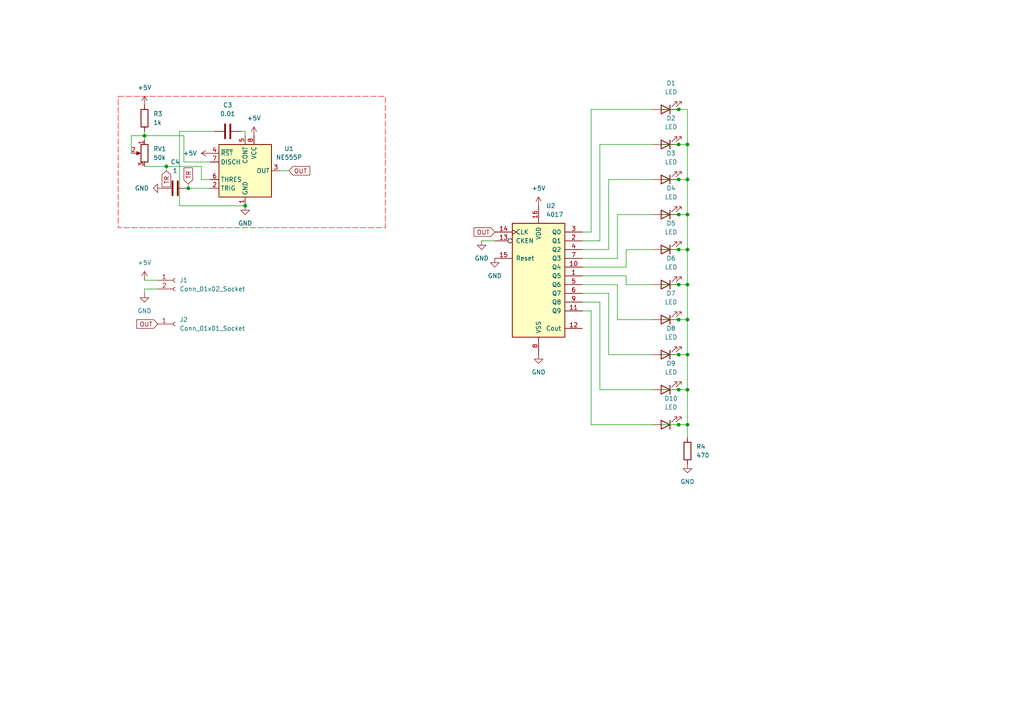
<source format=kicad_sch>
(kicad_sch
	(version 20250114)
	(generator "eeschema")
	(generator_version "9.0")
	(uuid "75f55c46-3342-4d66-9260-44b07c02170d")
	(paper "A4")
	(lib_symbols
		(symbol "4xxx:4017"
			(pin_names
				(offset 1.016)
			)
			(exclude_from_sim no)
			(in_bom yes)
			(on_board yes)
			(property "Reference" "U"
				(at -7.62 16.51 0)
				(effects
					(font
						(size 1.27 1.27)
					)
				)
			)
			(property "Value" "4017"
				(at -7.62 -19.05 0)
				(effects
					(font
						(size 1.27 1.27)
					)
				)
			)
			(property "Footprint" ""
				(at 0 0 0)
				(effects
					(font
						(size 1.27 1.27)
					)
					(hide yes)
				)
			)
			(property "Datasheet" "http://www.intersil.com/content/dam/Intersil/documents/cd40/cd4017bms-22bms.pdf"
				(at 0 0 0)
				(effects
					(font
						(size 1.27 1.27)
					)
					(hide yes)
				)
			)
			(property "Description" "Johnson Counter ( 10 outputs )"
				(at 0 0 0)
				(effects
					(font
						(size 1.27 1.27)
					)
					(hide yes)
				)
			)
			(property "ki_locked" ""
				(at 0 0 0)
				(effects
					(font
						(size 1.27 1.27)
					)
				)
			)
			(property "ki_keywords" "CNT CNT10"
				(at 0 0 0)
				(effects
					(font
						(size 1.27 1.27)
					)
					(hide yes)
				)
			)
			(property "ki_fp_filters" "DIP?16*"
				(at 0 0 0)
				(effects
					(font
						(size 1.27 1.27)
					)
					(hide yes)
				)
			)
			(symbol "4017_1_0"
				(pin input clock
					(at -12.7 12.7 0)
					(length 5.08)
					(name "CLK"
						(effects
							(font
								(size 1.27 1.27)
							)
						)
					)
					(number "14"
						(effects
							(font
								(size 1.27 1.27)
							)
						)
					)
				)
				(pin input inverted
					(at -12.7 10.16 0)
					(length 5.08)
					(name "CKEN"
						(effects
							(font
								(size 1.27 1.27)
							)
						)
					)
					(number "13"
						(effects
							(font
								(size 1.27 1.27)
							)
						)
					)
				)
				(pin input line
					(at -12.7 5.08 0)
					(length 5.08)
					(name "Reset"
						(effects
							(font
								(size 1.27 1.27)
							)
						)
					)
					(number "15"
						(effects
							(font
								(size 1.27 1.27)
							)
						)
					)
				)
				(pin power_in line
					(at 0 20.32 270)
					(length 5.08)
					(name "VDD"
						(effects
							(font
								(size 1.27 1.27)
							)
						)
					)
					(number "16"
						(effects
							(font
								(size 1.27 1.27)
							)
						)
					)
				)
				(pin power_in line
					(at 0 -22.86 90)
					(length 5.08)
					(name "VSS"
						(effects
							(font
								(size 1.27 1.27)
							)
						)
					)
					(number "8"
						(effects
							(font
								(size 1.27 1.27)
							)
						)
					)
				)
				(pin output line
					(at 12.7 12.7 180)
					(length 5.08)
					(name "Q0"
						(effects
							(font
								(size 1.27 1.27)
							)
						)
					)
					(number "3"
						(effects
							(font
								(size 1.27 1.27)
							)
						)
					)
				)
				(pin output line
					(at 12.7 10.16 180)
					(length 5.08)
					(name "Q1"
						(effects
							(font
								(size 1.27 1.27)
							)
						)
					)
					(number "2"
						(effects
							(font
								(size 1.27 1.27)
							)
						)
					)
				)
				(pin output line
					(at 12.7 7.62 180)
					(length 5.08)
					(name "Q2"
						(effects
							(font
								(size 1.27 1.27)
							)
						)
					)
					(number "4"
						(effects
							(font
								(size 1.27 1.27)
							)
						)
					)
				)
				(pin output line
					(at 12.7 5.08 180)
					(length 5.08)
					(name "Q3"
						(effects
							(font
								(size 1.27 1.27)
							)
						)
					)
					(number "7"
						(effects
							(font
								(size 1.27 1.27)
							)
						)
					)
				)
				(pin output line
					(at 12.7 2.54 180)
					(length 5.08)
					(name "Q4"
						(effects
							(font
								(size 1.27 1.27)
							)
						)
					)
					(number "10"
						(effects
							(font
								(size 1.27 1.27)
							)
						)
					)
				)
				(pin output line
					(at 12.7 0 180)
					(length 5.08)
					(name "Q5"
						(effects
							(font
								(size 1.27 1.27)
							)
						)
					)
					(number "1"
						(effects
							(font
								(size 1.27 1.27)
							)
						)
					)
				)
				(pin output line
					(at 12.7 -2.54 180)
					(length 5.08)
					(name "Q6"
						(effects
							(font
								(size 1.27 1.27)
							)
						)
					)
					(number "5"
						(effects
							(font
								(size 1.27 1.27)
							)
						)
					)
				)
				(pin output line
					(at 12.7 -5.08 180)
					(length 5.08)
					(name "Q7"
						(effects
							(font
								(size 1.27 1.27)
							)
						)
					)
					(number "6"
						(effects
							(font
								(size 1.27 1.27)
							)
						)
					)
				)
				(pin output line
					(at 12.7 -7.62 180)
					(length 5.08)
					(name "Q8"
						(effects
							(font
								(size 1.27 1.27)
							)
						)
					)
					(number "9"
						(effects
							(font
								(size 1.27 1.27)
							)
						)
					)
				)
				(pin output line
					(at 12.7 -10.16 180)
					(length 5.08)
					(name "Q9"
						(effects
							(font
								(size 1.27 1.27)
							)
						)
					)
					(number "11"
						(effects
							(font
								(size 1.27 1.27)
							)
						)
					)
				)
				(pin output line
					(at 12.7 -15.24 180)
					(length 5.08)
					(name "Cout"
						(effects
							(font
								(size 1.27 1.27)
							)
						)
					)
					(number "12"
						(effects
							(font
								(size 1.27 1.27)
							)
						)
					)
				)
			)
			(symbol "4017_1_1"
				(rectangle
					(start -7.62 15.24)
					(end 7.62 -17.78)
					(stroke
						(width 0.254)
						(type default)
					)
					(fill
						(type background)
					)
				)
			)
			(embedded_fonts no)
		)
		(symbol "Connector:Conn_01x01_Socket"
			(pin_names
				(offset 1.016)
				(hide yes)
			)
			(exclude_from_sim no)
			(in_bom yes)
			(on_board yes)
			(property "Reference" "J"
				(at 0 2.54 0)
				(effects
					(font
						(size 1.27 1.27)
					)
				)
			)
			(property "Value" "Conn_01x01_Socket"
				(at 0 -2.54 0)
				(effects
					(font
						(size 1.27 1.27)
					)
				)
			)
			(property "Footprint" ""
				(at 0 0 0)
				(effects
					(font
						(size 1.27 1.27)
					)
					(hide yes)
				)
			)
			(property "Datasheet" "~"
				(at 0 0 0)
				(effects
					(font
						(size 1.27 1.27)
					)
					(hide yes)
				)
			)
			(property "Description" "Generic connector, single row, 01x01, script generated"
				(at 0 0 0)
				(effects
					(font
						(size 1.27 1.27)
					)
					(hide yes)
				)
			)
			(property "ki_locked" ""
				(at 0 0 0)
				(effects
					(font
						(size 1.27 1.27)
					)
				)
			)
			(property "ki_keywords" "connector"
				(at 0 0 0)
				(effects
					(font
						(size 1.27 1.27)
					)
					(hide yes)
				)
			)
			(property "ki_fp_filters" "Connector*:*_1x??_*"
				(at 0 0 0)
				(effects
					(font
						(size 1.27 1.27)
					)
					(hide yes)
				)
			)
			(symbol "Conn_01x01_Socket_1_1"
				(polyline
					(pts
						(xy -1.27 0) (xy -0.508 0)
					)
					(stroke
						(width 0.1524)
						(type default)
					)
					(fill
						(type none)
					)
				)
				(arc
					(start 0 -0.508)
					(mid -0.5058 0)
					(end 0 0.508)
					(stroke
						(width 0.1524)
						(type default)
					)
					(fill
						(type none)
					)
				)
				(pin passive line
					(at -5.08 0 0)
					(length 3.81)
					(name "Pin_1"
						(effects
							(font
								(size 1.27 1.27)
							)
						)
					)
					(number "1"
						(effects
							(font
								(size 1.27 1.27)
							)
						)
					)
				)
			)
			(embedded_fonts no)
		)
		(symbol "Connector:Conn_01x02_Socket"
			(pin_names
				(offset 1.016)
				(hide yes)
			)
			(exclude_from_sim no)
			(in_bom yes)
			(on_board yes)
			(property "Reference" "J"
				(at 0 2.54 0)
				(effects
					(font
						(size 1.27 1.27)
					)
				)
			)
			(property "Value" "Conn_01x02_Socket"
				(at 0 -5.08 0)
				(effects
					(font
						(size 1.27 1.27)
					)
				)
			)
			(property "Footprint" ""
				(at 0 0 0)
				(effects
					(font
						(size 1.27 1.27)
					)
					(hide yes)
				)
			)
			(property "Datasheet" "~"
				(at 0 0 0)
				(effects
					(font
						(size 1.27 1.27)
					)
					(hide yes)
				)
			)
			(property "Description" "Generic connector, single row, 01x02, script generated"
				(at 0 0 0)
				(effects
					(font
						(size 1.27 1.27)
					)
					(hide yes)
				)
			)
			(property "ki_locked" ""
				(at 0 0 0)
				(effects
					(font
						(size 1.27 1.27)
					)
				)
			)
			(property "ki_keywords" "connector"
				(at 0 0 0)
				(effects
					(font
						(size 1.27 1.27)
					)
					(hide yes)
				)
			)
			(property "ki_fp_filters" "Connector*:*_1x??_*"
				(at 0 0 0)
				(effects
					(font
						(size 1.27 1.27)
					)
					(hide yes)
				)
			)
			(symbol "Conn_01x02_Socket_1_1"
				(polyline
					(pts
						(xy -1.27 0) (xy -0.508 0)
					)
					(stroke
						(width 0.1524)
						(type default)
					)
					(fill
						(type none)
					)
				)
				(polyline
					(pts
						(xy -1.27 -2.54) (xy -0.508 -2.54)
					)
					(stroke
						(width 0.1524)
						(type default)
					)
					(fill
						(type none)
					)
				)
				(arc
					(start 0 -0.508)
					(mid -0.5058 0)
					(end 0 0.508)
					(stroke
						(width 0.1524)
						(type default)
					)
					(fill
						(type none)
					)
				)
				(arc
					(start 0 -3.048)
					(mid -0.5058 -2.54)
					(end 0 -2.032)
					(stroke
						(width 0.1524)
						(type default)
					)
					(fill
						(type none)
					)
				)
				(pin passive line
					(at -5.08 0 0)
					(length 3.81)
					(name "Pin_1"
						(effects
							(font
								(size 1.27 1.27)
							)
						)
					)
					(number "1"
						(effects
							(font
								(size 1.27 1.27)
							)
						)
					)
				)
				(pin passive line
					(at -5.08 -2.54 0)
					(length 3.81)
					(name "Pin_2"
						(effects
							(font
								(size 1.27 1.27)
							)
						)
					)
					(number "2"
						(effects
							(font
								(size 1.27 1.27)
							)
						)
					)
				)
			)
			(embedded_fonts no)
		)
		(symbol "Device:C"
			(pin_numbers
				(hide yes)
			)
			(pin_names
				(offset 0.254)
			)
			(exclude_from_sim no)
			(in_bom yes)
			(on_board yes)
			(property "Reference" "C"
				(at 0.635 2.54 0)
				(effects
					(font
						(size 1.27 1.27)
					)
					(justify left)
				)
			)
			(property "Value" "C"
				(at 0.635 -2.54 0)
				(effects
					(font
						(size 1.27 1.27)
					)
					(justify left)
				)
			)
			(property "Footprint" ""
				(at 0.9652 -3.81 0)
				(effects
					(font
						(size 1.27 1.27)
					)
					(hide yes)
				)
			)
			(property "Datasheet" "~"
				(at 0 0 0)
				(effects
					(font
						(size 1.27 1.27)
					)
					(hide yes)
				)
			)
			(property "Description" "Unpolarized capacitor"
				(at 0 0 0)
				(effects
					(font
						(size 1.27 1.27)
					)
					(hide yes)
				)
			)
			(property "ki_keywords" "cap capacitor"
				(at 0 0 0)
				(effects
					(font
						(size 1.27 1.27)
					)
					(hide yes)
				)
			)
			(property "ki_fp_filters" "C_*"
				(at 0 0 0)
				(effects
					(font
						(size 1.27 1.27)
					)
					(hide yes)
				)
			)
			(symbol "C_0_1"
				(polyline
					(pts
						(xy -2.032 0.762) (xy 2.032 0.762)
					)
					(stroke
						(width 0.508)
						(type default)
					)
					(fill
						(type none)
					)
				)
				(polyline
					(pts
						(xy -2.032 -0.762) (xy 2.032 -0.762)
					)
					(stroke
						(width 0.508)
						(type default)
					)
					(fill
						(type none)
					)
				)
			)
			(symbol "C_1_1"
				(pin passive line
					(at 0 3.81 270)
					(length 2.794)
					(name "~"
						(effects
							(font
								(size 1.27 1.27)
							)
						)
					)
					(number "1"
						(effects
							(font
								(size 1.27 1.27)
							)
						)
					)
				)
				(pin passive line
					(at 0 -3.81 90)
					(length 2.794)
					(name "~"
						(effects
							(font
								(size 1.27 1.27)
							)
						)
					)
					(number "2"
						(effects
							(font
								(size 1.27 1.27)
							)
						)
					)
				)
			)
			(embedded_fonts no)
		)
		(symbol "Device:LED"
			(pin_numbers
				(hide yes)
			)
			(pin_names
				(offset 1.016)
				(hide yes)
			)
			(exclude_from_sim no)
			(in_bom yes)
			(on_board yes)
			(property "Reference" "D"
				(at 0 2.54 0)
				(effects
					(font
						(size 1.27 1.27)
					)
				)
			)
			(property "Value" "LED"
				(at 0 -2.54 0)
				(effects
					(font
						(size 1.27 1.27)
					)
				)
			)
			(property "Footprint" ""
				(at 0 0 0)
				(effects
					(font
						(size 1.27 1.27)
					)
					(hide yes)
				)
			)
			(property "Datasheet" "~"
				(at 0 0 0)
				(effects
					(font
						(size 1.27 1.27)
					)
					(hide yes)
				)
			)
			(property "Description" "Light emitting diode"
				(at 0 0 0)
				(effects
					(font
						(size 1.27 1.27)
					)
					(hide yes)
				)
			)
			(property "Sim.Pins" "1=K 2=A"
				(at 0 0 0)
				(effects
					(font
						(size 1.27 1.27)
					)
					(hide yes)
				)
			)
			(property "ki_keywords" "LED diode"
				(at 0 0 0)
				(effects
					(font
						(size 1.27 1.27)
					)
					(hide yes)
				)
			)
			(property "ki_fp_filters" "LED* LED_SMD:* LED_THT:*"
				(at 0 0 0)
				(effects
					(font
						(size 1.27 1.27)
					)
					(hide yes)
				)
			)
			(symbol "LED_0_1"
				(polyline
					(pts
						(xy -3.048 -0.762) (xy -4.572 -2.286) (xy -3.81 -2.286) (xy -4.572 -2.286) (xy -4.572 -1.524)
					)
					(stroke
						(width 0)
						(type default)
					)
					(fill
						(type none)
					)
				)
				(polyline
					(pts
						(xy -1.778 -0.762) (xy -3.302 -2.286) (xy -2.54 -2.286) (xy -3.302 -2.286) (xy -3.302 -1.524)
					)
					(stroke
						(width 0)
						(type default)
					)
					(fill
						(type none)
					)
				)
				(polyline
					(pts
						(xy -1.27 0) (xy 1.27 0)
					)
					(stroke
						(width 0)
						(type default)
					)
					(fill
						(type none)
					)
				)
				(polyline
					(pts
						(xy -1.27 -1.27) (xy -1.27 1.27)
					)
					(stroke
						(width 0.254)
						(type default)
					)
					(fill
						(type none)
					)
				)
				(polyline
					(pts
						(xy 1.27 -1.27) (xy 1.27 1.27) (xy -1.27 0) (xy 1.27 -1.27)
					)
					(stroke
						(width 0.254)
						(type default)
					)
					(fill
						(type none)
					)
				)
			)
			(symbol "LED_1_1"
				(pin passive line
					(at -3.81 0 0)
					(length 2.54)
					(name "K"
						(effects
							(font
								(size 1.27 1.27)
							)
						)
					)
					(number "1"
						(effects
							(font
								(size 1.27 1.27)
							)
						)
					)
				)
				(pin passive line
					(at 3.81 0 180)
					(length 2.54)
					(name "A"
						(effects
							(font
								(size 1.27 1.27)
							)
						)
					)
					(number "2"
						(effects
							(font
								(size 1.27 1.27)
							)
						)
					)
				)
			)
			(embedded_fonts no)
		)
		(symbol "Device:R"
			(pin_numbers
				(hide yes)
			)
			(pin_names
				(offset 0)
			)
			(exclude_from_sim no)
			(in_bom yes)
			(on_board yes)
			(property "Reference" "R"
				(at 2.032 0 90)
				(effects
					(font
						(size 1.27 1.27)
					)
				)
			)
			(property "Value" "R"
				(at 0 0 90)
				(effects
					(font
						(size 1.27 1.27)
					)
				)
			)
			(property "Footprint" ""
				(at -1.778 0 90)
				(effects
					(font
						(size 1.27 1.27)
					)
					(hide yes)
				)
			)
			(property "Datasheet" "~"
				(at 0 0 0)
				(effects
					(font
						(size 1.27 1.27)
					)
					(hide yes)
				)
			)
			(property "Description" "Resistor"
				(at 0 0 0)
				(effects
					(font
						(size 1.27 1.27)
					)
					(hide yes)
				)
			)
			(property "ki_keywords" "R res resistor"
				(at 0 0 0)
				(effects
					(font
						(size 1.27 1.27)
					)
					(hide yes)
				)
			)
			(property "ki_fp_filters" "R_*"
				(at 0 0 0)
				(effects
					(font
						(size 1.27 1.27)
					)
					(hide yes)
				)
			)
			(symbol "R_0_1"
				(rectangle
					(start -1.016 -2.54)
					(end 1.016 2.54)
					(stroke
						(width 0.254)
						(type default)
					)
					(fill
						(type none)
					)
				)
			)
			(symbol "R_1_1"
				(pin passive line
					(at 0 3.81 270)
					(length 1.27)
					(name "~"
						(effects
							(font
								(size 1.27 1.27)
							)
						)
					)
					(number "1"
						(effects
							(font
								(size 1.27 1.27)
							)
						)
					)
				)
				(pin passive line
					(at 0 -3.81 90)
					(length 1.27)
					(name "~"
						(effects
							(font
								(size 1.27 1.27)
							)
						)
					)
					(number "2"
						(effects
							(font
								(size 1.27 1.27)
							)
						)
					)
				)
			)
			(embedded_fonts no)
		)
		(symbol "Device:R_Potentiometer"
			(pin_names
				(offset 1.016)
				(hide yes)
			)
			(exclude_from_sim no)
			(in_bom yes)
			(on_board yes)
			(property "Reference" "RV"
				(at -4.445 0 90)
				(effects
					(font
						(size 1.27 1.27)
					)
				)
			)
			(property "Value" "R_Potentiometer"
				(at -2.54 0 90)
				(effects
					(font
						(size 1.27 1.27)
					)
				)
			)
			(property "Footprint" ""
				(at 0 0 0)
				(effects
					(font
						(size 1.27 1.27)
					)
					(hide yes)
				)
			)
			(property "Datasheet" "~"
				(at 0 0 0)
				(effects
					(font
						(size 1.27 1.27)
					)
					(hide yes)
				)
			)
			(property "Description" "Potentiometer"
				(at 0 0 0)
				(effects
					(font
						(size 1.27 1.27)
					)
					(hide yes)
				)
			)
			(property "ki_keywords" "resistor variable"
				(at 0 0 0)
				(effects
					(font
						(size 1.27 1.27)
					)
					(hide yes)
				)
			)
			(property "ki_fp_filters" "Potentiometer*"
				(at 0 0 0)
				(effects
					(font
						(size 1.27 1.27)
					)
					(hide yes)
				)
			)
			(symbol "R_Potentiometer_0_1"
				(rectangle
					(start 1.016 2.54)
					(end -1.016 -2.54)
					(stroke
						(width 0.254)
						(type default)
					)
					(fill
						(type none)
					)
				)
				(polyline
					(pts
						(xy 1.143 0) (xy 2.286 0.508) (xy 2.286 -0.508) (xy 1.143 0)
					)
					(stroke
						(width 0)
						(type default)
					)
					(fill
						(type outline)
					)
				)
				(polyline
					(pts
						(xy 2.54 0) (xy 1.524 0)
					)
					(stroke
						(width 0)
						(type default)
					)
					(fill
						(type none)
					)
				)
			)
			(symbol "R_Potentiometer_1_1"
				(pin passive line
					(at 0 3.81 270)
					(length 1.27)
					(name "1"
						(effects
							(font
								(size 1.27 1.27)
							)
						)
					)
					(number "1"
						(effects
							(font
								(size 1.27 1.27)
							)
						)
					)
				)
				(pin passive line
					(at 0 -3.81 90)
					(length 1.27)
					(name "3"
						(effects
							(font
								(size 1.27 1.27)
							)
						)
					)
					(number "3"
						(effects
							(font
								(size 1.27 1.27)
							)
						)
					)
				)
				(pin passive line
					(at 3.81 0 180)
					(length 1.27)
					(name "2"
						(effects
							(font
								(size 1.27 1.27)
							)
						)
					)
					(number "2"
						(effects
							(font
								(size 1.27 1.27)
							)
						)
					)
				)
			)
			(embedded_fonts no)
		)
		(symbol "Timer:NE555P"
			(exclude_from_sim no)
			(in_bom yes)
			(on_board yes)
			(property "Reference" "U"
				(at -10.16 8.89 0)
				(effects
					(font
						(size 1.27 1.27)
					)
					(justify left)
				)
			)
			(property "Value" "NE555P"
				(at 2.54 8.89 0)
				(effects
					(font
						(size 1.27 1.27)
					)
					(justify left)
				)
			)
			(property "Footprint" "Package_DIP:DIP-8_W7.62mm"
				(at 0 -24.13 0)
				(effects
					(font
						(size 1.27 1.27)
					)
					(hide yes)
				)
			)
			(property "Datasheet" "http://www.ti.com/lit/ds/symlink/ne555.pdf"
				(at 0 -26.67 0)
				(effects
					(font
						(size 1.27 1.27)
					)
					(hide yes)
				)
			)
			(property "Description" "Precision Timers, 555 compatible, PDIP-8"
				(at 0 -21.59 0)
				(effects
					(font
						(size 1.27 1.27)
					)
					(hide yes)
				)
			)
			(property "ki_keywords" "single timer 555"
				(at 0 0 0)
				(effects
					(font
						(size 1.27 1.27)
					)
					(hide yes)
				)
			)
			(property "ki_fp_filters" "DIP*W7.62mm*"
				(at 0 0 0)
				(effects
					(font
						(size 1.27 1.27)
					)
					(hide yes)
				)
			)
			(symbol "NE555P_0_0"
				(pin power_in line
					(at 0 -10.16 90)
					(length 2.54)
					(name "GND"
						(effects
							(font
								(size 1.27 1.27)
							)
						)
					)
					(number "1"
						(effects
							(font
								(size 1.27 1.27)
							)
						)
					)
				)
				(pin power_in line
					(at 2.54 10.16 270)
					(length 2.54)
					(name "VCC"
						(effects
							(font
								(size 1.27 1.27)
							)
						)
					)
					(number "8"
						(effects
							(font
								(size 1.27 1.27)
							)
						)
					)
				)
			)
			(symbol "NE555P_0_1"
				(rectangle
					(start -7.62 7.62)
					(end 7.62 -7.62)
					(stroke
						(width 0.254)
						(type default)
					)
					(fill
						(type background)
					)
				)
			)
			(symbol "NE555P_1_1"
				(pin input line
					(at -10.16 5.08 0)
					(length 2.54)
					(name "~{RST}"
						(effects
							(font
								(size 1.27 1.27)
							)
						)
					)
					(number "4"
						(effects
							(font
								(size 1.27 1.27)
							)
						)
					)
				)
				(pin input line
					(at -10.16 2.54 0)
					(length 2.54)
					(name "DISCH"
						(effects
							(font
								(size 1.27 1.27)
							)
						)
					)
					(number "7"
						(effects
							(font
								(size 1.27 1.27)
							)
						)
					)
				)
				(pin input line
					(at -10.16 -2.54 0)
					(length 2.54)
					(name "THRES"
						(effects
							(font
								(size 1.27 1.27)
							)
						)
					)
					(number "6"
						(effects
							(font
								(size 1.27 1.27)
							)
						)
					)
				)
				(pin input line
					(at -10.16 -5.08 0)
					(length 2.54)
					(name "TRIG"
						(effects
							(font
								(size 1.27 1.27)
							)
						)
					)
					(number "2"
						(effects
							(font
								(size 1.27 1.27)
							)
						)
					)
				)
				(pin open_collector line
					(at 0 10.16 270)
					(length 2.54)
					(name "CONT"
						(effects
							(font
								(size 1.27 1.27)
							)
						)
					)
					(number "5"
						(effects
							(font
								(size 1.27 1.27)
							)
						)
					)
				)
				(pin output line
					(at 10.16 0 180)
					(length 2.54)
					(name "OUT"
						(effects
							(font
								(size 1.27 1.27)
							)
						)
					)
					(number "3"
						(effects
							(font
								(size 1.27 1.27)
							)
						)
					)
				)
			)
			(embedded_fonts no)
		)
		(symbol "power:+5V"
			(power)
			(pin_numbers
				(hide yes)
			)
			(pin_names
				(offset 0)
				(hide yes)
			)
			(exclude_from_sim no)
			(in_bom yes)
			(on_board yes)
			(property "Reference" "#PWR"
				(at 0 -3.81 0)
				(effects
					(font
						(size 1.27 1.27)
					)
					(hide yes)
				)
			)
			(property "Value" "+5V"
				(at 0 3.556 0)
				(effects
					(font
						(size 1.27 1.27)
					)
				)
			)
			(property "Footprint" ""
				(at 0 0 0)
				(effects
					(font
						(size 1.27 1.27)
					)
					(hide yes)
				)
			)
			(property "Datasheet" ""
				(at 0 0 0)
				(effects
					(font
						(size 1.27 1.27)
					)
					(hide yes)
				)
			)
			(property "Description" "Power symbol creates a global label with name \"+5V\""
				(at 0 0 0)
				(effects
					(font
						(size 1.27 1.27)
					)
					(hide yes)
				)
			)
			(property "ki_keywords" "global power"
				(at 0 0 0)
				(effects
					(font
						(size 1.27 1.27)
					)
					(hide yes)
				)
			)
			(symbol "+5V_0_1"
				(polyline
					(pts
						(xy -0.762 1.27) (xy 0 2.54)
					)
					(stroke
						(width 0)
						(type default)
					)
					(fill
						(type none)
					)
				)
				(polyline
					(pts
						(xy 0 2.54) (xy 0.762 1.27)
					)
					(stroke
						(width 0)
						(type default)
					)
					(fill
						(type none)
					)
				)
				(polyline
					(pts
						(xy 0 0) (xy 0 2.54)
					)
					(stroke
						(width 0)
						(type default)
					)
					(fill
						(type none)
					)
				)
			)
			(symbol "+5V_1_1"
				(pin power_in line
					(at 0 0 90)
					(length 0)
					(name "~"
						(effects
							(font
								(size 1.27 1.27)
							)
						)
					)
					(number "1"
						(effects
							(font
								(size 1.27 1.27)
							)
						)
					)
				)
			)
			(embedded_fonts no)
		)
		(symbol "power:GND"
			(power)
			(pin_numbers
				(hide yes)
			)
			(pin_names
				(offset 0)
				(hide yes)
			)
			(exclude_from_sim no)
			(in_bom yes)
			(on_board yes)
			(property "Reference" "#PWR"
				(at 0 -6.35 0)
				(effects
					(font
						(size 1.27 1.27)
					)
					(hide yes)
				)
			)
			(property "Value" "GND"
				(at 0 -3.81 0)
				(effects
					(font
						(size 1.27 1.27)
					)
				)
			)
			(property "Footprint" ""
				(at 0 0 0)
				(effects
					(font
						(size 1.27 1.27)
					)
					(hide yes)
				)
			)
			(property "Datasheet" ""
				(at 0 0 0)
				(effects
					(font
						(size 1.27 1.27)
					)
					(hide yes)
				)
			)
			(property "Description" "Power symbol creates a global label with name \"GND\" , ground"
				(at 0 0 0)
				(effects
					(font
						(size 1.27 1.27)
					)
					(hide yes)
				)
			)
			(property "ki_keywords" "global power"
				(at 0 0 0)
				(effects
					(font
						(size 1.27 1.27)
					)
					(hide yes)
				)
			)
			(symbol "GND_0_1"
				(polyline
					(pts
						(xy 0 0) (xy 0 -1.27) (xy 1.27 -1.27) (xy 0 -2.54) (xy -1.27 -1.27) (xy 0 -1.27)
					)
					(stroke
						(width 0)
						(type default)
					)
					(fill
						(type none)
					)
				)
			)
			(symbol "GND_1_1"
				(pin power_in line
					(at 0 0 270)
					(length 0)
					(name "~"
						(effects
							(font
								(size 1.27 1.27)
							)
						)
					)
					(number "1"
						(effects
							(font
								(size 1.27 1.27)
							)
						)
					)
				)
			)
			(embedded_fonts no)
		)
	)
	(junction
		(at 199.39 102.87)
		(diameter 0)
		(color 0 0 0 0)
		(uuid "031a6b03-6ff1-4c7c-8247-23433ed6da1a")
	)
	(junction
		(at 199.39 82.55)
		(diameter 0)
		(color 0 0 0 0)
		(uuid "24030527-2bb1-4236-b9b3-0a82e5a790cb")
	)
	(junction
		(at 199.39 113.03)
		(diameter 0)
		(color 0 0 0 0)
		(uuid "257c5f9c-8ad3-4545-ab7d-0624e6590ef5")
	)
	(junction
		(at 196.85 52.07)
		(diameter 0)
		(color 0 0 0 0)
		(uuid "336889b2-da65-4d23-885c-c4bc8d7c3f81")
	)
	(junction
		(at 196.85 102.87)
		(diameter 0)
		(color 0 0 0 0)
		(uuid "33dac337-c0cf-496f-835e-503234d997c4")
	)
	(junction
		(at 48.26 48.26)
		(diameter 0)
		(color 0 0 0 0)
		(uuid "3e470a93-a66e-4f73-9795-d08a57ba2886")
	)
	(junction
		(at 199.39 52.07)
		(diameter 0)
		(color 0 0 0 0)
		(uuid "44778a27-1250-44e3-872d-b4b80386978a")
	)
	(junction
		(at 196.85 31.75)
		(diameter 0)
		(color 0 0 0 0)
		(uuid "4c953fee-a8d1-4259-b03f-e8fc8592aea7")
	)
	(junction
		(at 196.85 82.55)
		(diameter 0)
		(color 0 0 0 0)
		(uuid "4e73eb4c-1d0b-47e5-a14f-1e2fda7988ed")
	)
	(junction
		(at 199.39 62.23)
		(diameter 0)
		(color 0 0 0 0)
		(uuid "5695db95-267b-4cb4-8366-98fc69f6da52")
	)
	(junction
		(at 196.85 72.39)
		(diameter 0)
		(color 0 0 0 0)
		(uuid "798a0d8d-0e2b-4d3b-a7f3-53ac1bc697e6")
	)
	(junction
		(at 196.85 62.23)
		(diameter 0)
		(color 0 0 0 0)
		(uuid "95441888-5d07-4ad4-a8be-19d11f91851f")
	)
	(junction
		(at 196.85 123.19)
		(diameter 0)
		(color 0 0 0 0)
		(uuid "9a093f0c-7ecf-45e0-a89a-91213555115f")
	)
	(junction
		(at 199.39 92.71)
		(diameter 0)
		(color 0 0 0 0)
		(uuid "9a25762d-624d-4c7d-a53b-ba59a99ff6ac")
	)
	(junction
		(at 41.91 39.37)
		(diameter 0)
		(color 0 0 0 0)
		(uuid "a5f32b5b-063a-4e80-89e6-6782997a4056")
	)
	(junction
		(at 199.39 72.39)
		(diameter 0)
		(color 0 0 0 0)
		(uuid "ae2254a7-78a2-405f-af00-f316b6bdb744")
	)
	(junction
		(at 199.39 41.91)
		(diameter 0)
		(color 0 0 0 0)
		(uuid "b44a21f6-c8d7-4678-a2c7-18583038e1a2")
	)
	(junction
		(at 71.12 59.69)
		(diameter 0)
		(color 0 0 0 0)
		(uuid "b902414c-77e5-49a7-89e9-2ba0d629a923")
	)
	(junction
		(at 54.61 54.61)
		(diameter 0)
		(color 0 0 0 0)
		(uuid "da851681-8d6d-4ee1-a6e6-66db53e0838b")
	)
	(junction
		(at 199.39 123.19)
		(diameter 0)
		(color 0 0 0 0)
		(uuid "e248a601-5bf8-46d8-803f-d7e44baef692")
	)
	(junction
		(at 196.85 92.71)
		(diameter 0)
		(color 0 0 0 0)
		(uuid "f5f07e17-af44-472d-9cc5-b839e90e6957")
	)
	(junction
		(at 196.85 41.91)
		(diameter 0)
		(color 0 0 0 0)
		(uuid "fb31ef50-438d-49a9-8166-ef35e90f636a")
	)
	(junction
		(at 196.85 113.03)
		(diameter 0)
		(color 0 0 0 0)
		(uuid "fb38db3c-e803-44b1-99db-ab5e055d4cfd")
	)
	(wire
		(pts
			(xy 191.77 41.91) (xy 196.85 41.91)
		)
		(stroke
			(width 0)
			(type default)
		)
		(uuid "00544229-f203-497a-90b5-0c61ac567078")
	)
	(wire
		(pts
			(xy 81.28 49.53) (xy 83.82 49.53)
		)
		(stroke
			(width 0)
			(type default)
		)
		(uuid "01a6706f-3d7e-42a1-a82d-c862dc9f2dd7")
	)
	(wire
		(pts
			(xy 52.07 59.69) (xy 71.12 59.69)
		)
		(stroke
			(width 0)
			(type default)
		)
		(uuid "07dbad8f-b7b5-4048-850e-8237b8ec8e61")
	)
	(wire
		(pts
			(xy 168.91 74.93) (xy 179.07 74.93)
		)
		(stroke
			(width 0)
			(type default)
		)
		(uuid "123c2408-c9e6-487c-aea0-195a3c25f3fc")
	)
	(wire
		(pts
			(xy 176.53 72.39) (xy 176.53 52.07)
		)
		(stroke
			(width 0)
			(type default)
		)
		(uuid "13d8850b-7d15-4f0c-b98e-cc422dad7051")
	)
	(wire
		(pts
			(xy 191.77 62.23) (xy 196.85 62.23)
		)
		(stroke
			(width 0)
			(type default)
		)
		(uuid "179326c7-0074-45ef-8487-9bb8c55c96b4")
	)
	(wire
		(pts
			(xy 69.85 38.1) (xy 71.12 38.1)
		)
		(stroke
			(width 0)
			(type default)
		)
		(uuid "179d934f-d753-42a1-9f0b-8e7db779a2b8")
	)
	(wire
		(pts
			(xy 41.91 83.82) (xy 41.91 85.09)
		)
		(stroke
			(width 0)
			(type default)
		)
		(uuid "17e466fb-6439-4e4f-a083-b51cd2d71bda")
	)
	(wire
		(pts
			(xy 168.91 77.47) (xy 181.61 77.47)
		)
		(stroke
			(width 0)
			(type default)
		)
		(uuid "1a4fa100-8bfd-4f9b-9f50-74a044333510")
	)
	(wire
		(pts
			(xy 168.91 82.55) (xy 179.07 82.55)
		)
		(stroke
			(width 0)
			(type default)
		)
		(uuid "20abdad1-2d2e-429a-889b-c1a0480a5474")
	)
	(wire
		(pts
			(xy 191.77 52.07) (xy 196.85 52.07)
		)
		(stroke
			(width 0)
			(type default)
		)
		(uuid "210250f0-032e-44fc-a4bf-bece7fd5da26")
	)
	(wire
		(pts
			(xy 171.45 67.31) (xy 168.91 67.31)
		)
		(stroke
			(width 0)
			(type default)
		)
		(uuid "33a392f0-b5fd-4f6c-ad73-873fa5c84abc")
	)
	(wire
		(pts
			(xy 168.91 85.09) (xy 176.53 85.09)
		)
		(stroke
			(width 0)
			(type default)
		)
		(uuid "34538dd7-437a-452d-b5b1-59e8bc63fff7")
	)
	(wire
		(pts
			(xy 53.34 39.37) (xy 41.91 39.37)
		)
		(stroke
			(width 0)
			(type default)
		)
		(uuid "35740d96-174d-4f4b-99ad-ec060c147f16")
	)
	(wire
		(pts
			(xy 191.77 72.39) (xy 196.85 72.39)
		)
		(stroke
			(width 0)
			(type default)
		)
		(uuid "35a5181b-92eb-4c2b-90c0-010695da2af6")
	)
	(wire
		(pts
			(xy 54.61 54.61) (xy 60.96 54.61)
		)
		(stroke
			(width 0)
			(type default)
		)
		(uuid "35f0b596-40f7-4764-9d13-5463074561f9")
	)
	(wire
		(pts
			(xy 171.45 90.17) (xy 171.45 123.19)
		)
		(stroke
			(width 0)
			(type default)
		)
		(uuid "3830d072-e28d-42a0-ac28-ab7d228a6259")
	)
	(wire
		(pts
			(xy 58.42 52.07) (xy 58.42 48.26)
		)
		(stroke
			(width 0)
			(type default)
		)
		(uuid "3d432fc4-e7b2-4870-881a-3b2897d37c24")
	)
	(wire
		(pts
			(xy 199.39 72.39) (xy 199.39 82.55)
		)
		(stroke
			(width 0)
			(type default)
		)
		(uuid "3fd67475-d02a-47af-b30d-536cf0cdedb2")
	)
	(wire
		(pts
			(xy 191.77 123.19) (xy 196.85 123.19)
		)
		(stroke
			(width 0)
			(type default)
		)
		(uuid "41ae5356-0104-47ce-8aff-a42afd98ecfb")
	)
	(wire
		(pts
			(xy 199.39 41.91) (xy 199.39 52.07)
		)
		(stroke
			(width 0)
			(type default)
		)
		(uuid "4768ca1b-b69e-4a86-b3f5-a26b045efd63")
	)
	(wire
		(pts
			(xy 199.39 113.03) (xy 199.39 123.19)
		)
		(stroke
			(width 0)
			(type default)
		)
		(uuid "4e717a64-3b4c-4499-84d6-23e38097452d")
	)
	(wire
		(pts
			(xy 171.45 67.31) (xy 171.45 31.75)
		)
		(stroke
			(width 0)
			(type default)
		)
		(uuid "4fedce17-5835-4b73-827a-37e440102bc0")
	)
	(wire
		(pts
			(xy 191.77 82.55) (xy 196.85 82.55)
		)
		(stroke
			(width 0)
			(type default)
		)
		(uuid "5029d77a-f9af-4c1c-ad2e-1219650ec59c")
	)
	(wire
		(pts
			(xy 168.91 90.17) (xy 171.45 90.17)
		)
		(stroke
			(width 0)
			(type default)
		)
		(uuid "505d9ca4-96a1-408c-a041-f24443b3f05e")
	)
	(wire
		(pts
			(xy 181.61 77.47) (xy 181.61 72.39)
		)
		(stroke
			(width 0)
			(type default)
		)
		(uuid "5d91217b-c539-48b0-8765-7785aa7ba3d4")
	)
	(wire
		(pts
			(xy 181.61 80.01) (xy 181.61 82.55)
		)
		(stroke
			(width 0)
			(type default)
		)
		(uuid "5e9df00e-4332-48ed-8ea2-57e64f238e2c")
	)
	(wire
		(pts
			(xy 179.07 92.71) (xy 189.23 92.71)
		)
		(stroke
			(width 0)
			(type default)
		)
		(uuid "5ea7a13d-0231-4249-9da9-430df285fcf4")
	)
	(wire
		(pts
			(xy 199.39 82.55) (xy 199.39 92.71)
		)
		(stroke
			(width 0)
			(type default)
		)
		(uuid "5f1cc5bc-732a-44fe-aa2b-0a3a46d5f6be")
	)
	(wire
		(pts
			(xy 53.34 46.99) (xy 53.34 39.37)
		)
		(stroke
			(width 0)
			(type default)
		)
		(uuid "5fd85e88-641e-4746-921c-6d9a209d98d6")
	)
	(wire
		(pts
			(xy 196.85 102.87) (xy 199.39 102.87)
		)
		(stroke
			(width 0)
			(type default)
		)
		(uuid "606c3ebf-5fec-4ba3-bd4d-4f3d901add6d")
	)
	(wire
		(pts
			(xy 45.72 83.82) (xy 41.91 83.82)
		)
		(stroke
			(width 0)
			(type default)
		)
		(uuid "683cf82c-ea0f-4e5a-ac3b-f6905a00c204")
	)
	(wire
		(pts
			(xy 71.12 38.1) (xy 71.12 39.37)
		)
		(stroke
			(width 0)
			(type default)
		)
		(uuid "6880e3bf-18de-4ae9-9a84-e30da9275c3c")
	)
	(wire
		(pts
			(xy 48.26 48.26) (xy 48.26 49.53)
		)
		(stroke
			(width 0)
			(type default)
		)
		(uuid "7291c3ef-2789-4802-b06b-ae397566c68a")
	)
	(wire
		(pts
			(xy 62.23 38.1) (xy 52.07 38.1)
		)
		(stroke
			(width 0)
			(type default)
		)
		(uuid "734106e9-1948-432d-a1e1-af853f6678c1")
	)
	(wire
		(pts
			(xy 199.39 92.71) (xy 199.39 102.87)
		)
		(stroke
			(width 0)
			(type default)
		)
		(uuid "74cdbea3-2dc6-4a5c-a8fc-18e956034ebe")
	)
	(wire
		(pts
			(xy 171.45 123.19) (xy 189.23 123.19)
		)
		(stroke
			(width 0)
			(type default)
		)
		(uuid "74d48a4d-52e5-493a-9d92-119abf29f4d3")
	)
	(wire
		(pts
			(xy 181.61 82.55) (xy 189.23 82.55)
		)
		(stroke
			(width 0)
			(type default)
		)
		(uuid "79ba7299-5e74-4335-b7c9-bc0535dbcd66")
	)
	(wire
		(pts
			(xy 196.85 82.55) (xy 199.39 82.55)
		)
		(stroke
			(width 0)
			(type default)
		)
		(uuid "7d5adeac-d998-4b4f-8321-12d5a8ded5f8")
	)
	(wire
		(pts
			(xy 196.85 31.75) (xy 199.39 31.75)
		)
		(stroke
			(width 0)
			(type default)
		)
		(uuid "7da71870-b932-4b04-a5bb-a323333f0f88")
	)
	(wire
		(pts
			(xy 58.42 48.26) (xy 48.26 48.26)
		)
		(stroke
			(width 0)
			(type default)
		)
		(uuid "7de3011e-dccf-4e35-8632-6a2d38f4fdbc")
	)
	(wire
		(pts
			(xy 173.99 87.63) (xy 173.99 113.03)
		)
		(stroke
			(width 0)
			(type default)
		)
		(uuid "8020565e-59db-42f9-b678-fae86fa3bad2")
	)
	(wire
		(pts
			(xy 38.1 39.37) (xy 38.1 44.45)
		)
		(stroke
			(width 0)
			(type default)
		)
		(uuid "80d83822-dfb1-4285-adab-1da5939be2c2")
	)
	(wire
		(pts
			(xy 191.77 31.75) (xy 196.85 31.75)
		)
		(stroke
			(width 0)
			(type default)
		)
		(uuid "83ac8e38-233d-4ffd-926f-cf9c204eb042")
	)
	(wire
		(pts
			(xy 176.53 52.07) (xy 189.23 52.07)
		)
		(stroke
			(width 0)
			(type default)
		)
		(uuid "8d60cd91-5f98-4ac0-88c0-2e07a92472a9")
	)
	(wire
		(pts
			(xy 168.91 72.39) (xy 176.53 72.39)
		)
		(stroke
			(width 0)
			(type default)
		)
		(uuid "947a5532-802f-4b62-964a-1cd2f85b9fc3")
	)
	(wire
		(pts
			(xy 196.85 113.03) (xy 199.39 113.03)
		)
		(stroke
			(width 0)
			(type default)
		)
		(uuid "95f83721-435c-4fff-ab70-48495b40f939")
	)
	(wire
		(pts
			(xy 196.85 123.19) (xy 199.39 123.19)
		)
		(stroke
			(width 0)
			(type default)
		)
		(uuid "966ac9aa-49b0-4e47-bb54-14d9cbcec22c")
	)
	(wire
		(pts
			(xy 179.07 82.55) (xy 179.07 92.71)
		)
		(stroke
			(width 0)
			(type default)
		)
		(uuid "994a2521-2b41-416b-be2b-02775c54d361")
	)
	(wire
		(pts
			(xy 171.45 31.75) (xy 189.23 31.75)
		)
		(stroke
			(width 0)
			(type default)
		)
		(uuid "99bcc4a9-8e67-4298-9534-03e7a826f4cc")
	)
	(wire
		(pts
			(xy 199.39 52.07) (xy 199.39 62.23)
		)
		(stroke
			(width 0)
			(type default)
		)
		(uuid "9bcec725-d4f6-412d-8b6f-02479e450da1")
	)
	(wire
		(pts
			(xy 191.77 92.71) (xy 196.85 92.71)
		)
		(stroke
			(width 0)
			(type default)
		)
		(uuid "9faab0b4-daa9-48d5-9c26-e872e72ca59b")
	)
	(wire
		(pts
			(xy 199.39 102.87) (xy 199.39 113.03)
		)
		(stroke
			(width 0)
			(type default)
		)
		(uuid "a26b2289-6a45-4156-8055-b4490066b906")
	)
	(wire
		(pts
			(xy 168.91 80.01) (xy 181.61 80.01)
		)
		(stroke
			(width 0)
			(type default)
		)
		(uuid "aa91a090-2adb-49bd-80ef-fc8c674e9a9b")
	)
	(wire
		(pts
			(xy 54.61 53.34) (xy 54.61 54.61)
		)
		(stroke
			(width 0)
			(type default)
		)
		(uuid "ab78c658-2d40-404a-8707-609a7c5fc0db")
	)
	(wire
		(pts
			(xy 196.85 52.07) (xy 199.39 52.07)
		)
		(stroke
			(width 0)
			(type default)
		)
		(uuid "adcd980e-3dc2-47b4-a797-62bdaad79975")
	)
	(wire
		(pts
			(xy 196.85 62.23) (xy 199.39 62.23)
		)
		(stroke
			(width 0)
			(type default)
		)
		(uuid "b192eab2-0970-471f-a196-d18f5a1296c1")
	)
	(wire
		(pts
			(xy 41.91 81.28) (xy 45.72 81.28)
		)
		(stroke
			(width 0)
			(type default)
		)
		(uuid "b645de4c-a01a-4c0c-b9b3-5654fb78ef35")
	)
	(wire
		(pts
			(xy 173.99 69.85) (xy 173.99 41.91)
		)
		(stroke
			(width 0)
			(type default)
		)
		(uuid "b816cffd-f271-48b1-9c83-971415ba9433")
	)
	(wire
		(pts
			(xy 176.53 102.87) (xy 189.23 102.87)
		)
		(stroke
			(width 0)
			(type default)
		)
		(uuid "bca87c68-7a13-45a6-95b2-3a6083099e9b")
	)
	(wire
		(pts
			(xy 168.91 87.63) (xy 173.99 87.63)
		)
		(stroke
			(width 0)
			(type default)
		)
		(uuid "c060ccbf-fc97-4b2e-b4a8-56ff08cc49d5")
	)
	(wire
		(pts
			(xy 52.07 38.1) (xy 52.07 59.69)
		)
		(stroke
			(width 0)
			(type default)
		)
		(uuid "c10b22c4-3254-4017-b94c-6324eac2314e")
	)
	(wire
		(pts
			(xy 196.85 72.39) (xy 199.39 72.39)
		)
		(stroke
			(width 0)
			(type default)
		)
		(uuid "c5f223c0-7343-4e6d-97f5-1fc7a67d319b")
	)
	(wire
		(pts
			(xy 41.91 39.37) (xy 41.91 38.1)
		)
		(stroke
			(width 0)
			(type default)
		)
		(uuid "cb6509f2-9001-4241-8da4-ff6dddca2044")
	)
	(wire
		(pts
			(xy 181.61 72.39) (xy 189.23 72.39)
		)
		(stroke
			(width 0)
			(type default)
		)
		(uuid "cbfbf928-b7ce-4ce7-902e-5344724e880a")
	)
	(wire
		(pts
			(xy 60.96 52.07) (xy 58.42 52.07)
		)
		(stroke
			(width 0)
			(type default)
		)
		(uuid "cd583df6-08f4-4dc9-9594-f31c64322ba1")
	)
	(wire
		(pts
			(xy 41.91 40.64) (xy 41.91 39.37)
		)
		(stroke
			(width 0)
			(type default)
		)
		(uuid "ce7994f1-f44f-4a70-9584-1cccaea3e0d5")
	)
	(wire
		(pts
			(xy 60.96 46.99) (xy 53.34 46.99)
		)
		(stroke
			(width 0)
			(type default)
		)
		(uuid "cebfd8fa-1a5b-41a3-ad9f-30ef75c2b686")
	)
	(wire
		(pts
			(xy 173.99 113.03) (xy 189.23 113.03)
		)
		(stroke
			(width 0)
			(type default)
		)
		(uuid "d1bc1d24-b726-46a2-8836-22af5016f028")
	)
	(wire
		(pts
			(xy 196.85 92.71) (xy 199.39 92.71)
		)
		(stroke
			(width 0)
			(type default)
		)
		(uuid "d9eaa633-5e02-4747-a1a5-56a249eb7d71")
	)
	(wire
		(pts
			(xy 199.39 31.75) (xy 199.39 41.91)
		)
		(stroke
			(width 0)
			(type default)
		)
		(uuid "da22f2bb-08bb-4be9-9fa5-1b74f88bbac4")
	)
	(wire
		(pts
			(xy 191.77 113.03) (xy 196.85 113.03)
		)
		(stroke
			(width 0)
			(type default)
		)
		(uuid "da2740fc-621f-4525-b099-f353c82a1b59")
	)
	(wire
		(pts
			(xy 179.07 62.23) (xy 189.23 62.23)
		)
		(stroke
			(width 0)
			(type default)
		)
		(uuid "dac67efc-274c-4a81-a524-6f2b7cd5b282")
	)
	(wire
		(pts
			(xy 139.7 69.85) (xy 143.51 69.85)
		)
		(stroke
			(width 0)
			(type default)
		)
		(uuid "dcdfb7ab-dd7c-468a-8ef1-73000b379f7c")
	)
	(wire
		(pts
			(xy 168.91 69.85) (xy 173.99 69.85)
		)
		(stroke
			(width 0)
			(type default)
		)
		(uuid "e22f70e3-7962-4cc4-aad7-86ade30cf19b")
	)
	(wire
		(pts
			(xy 191.77 102.87) (xy 196.85 102.87)
		)
		(stroke
			(width 0)
			(type default)
		)
		(uuid "e261858d-31a9-48ab-a08c-e911a93ce132")
	)
	(wire
		(pts
			(xy 199.39 123.19) (xy 199.39 127)
		)
		(stroke
			(width 0)
			(type default)
		)
		(uuid "e8a0eefd-39ae-425d-b075-a26c39ddab26")
	)
	(wire
		(pts
			(xy 173.99 41.91) (xy 189.23 41.91)
		)
		(stroke
			(width 0)
			(type default)
		)
		(uuid "e9f41377-dad0-4edb-ad87-0de0c926a8de")
	)
	(wire
		(pts
			(xy 176.53 85.09) (xy 176.53 102.87)
		)
		(stroke
			(width 0)
			(type default)
		)
		(uuid "ea72a105-e309-48fe-94bc-5b7c1963acaf")
	)
	(wire
		(pts
			(xy 41.91 39.37) (xy 38.1 39.37)
		)
		(stroke
			(width 0)
			(type default)
		)
		(uuid "f027238c-680c-43ea-9dfd-f68edb9f2a8f")
	)
	(wire
		(pts
			(xy 179.07 74.93) (xy 179.07 62.23)
		)
		(stroke
			(width 0)
			(type default)
		)
		(uuid "f061bbbf-cd87-40d6-8c53-5fc5ea12067d")
	)
	(wire
		(pts
			(xy 196.85 41.91) (xy 199.39 41.91)
		)
		(stroke
			(width 0)
			(type default)
		)
		(uuid "f8295ad2-6aad-47d1-ae0e-8c28e7f109bb")
	)
	(wire
		(pts
			(xy 41.91 48.26) (xy 48.26 48.26)
		)
		(stroke
			(width 0)
			(type default)
		)
		(uuid "ff4e43d5-4067-4c56-8aa7-8bc953dcc47f")
	)
	(wire
		(pts
			(xy 199.39 62.23) (xy 199.39 72.39)
		)
		(stroke
			(width 0)
			(type default)
		)
		(uuid "ffa4a6b8-cc2f-414a-99b8-22d9ff1e3b3b")
	)
	(global_label "TR"
		(shape input)
		(at 54.61 53.34 90)
		(fields_autoplaced yes)
		(effects
			(font
				(size 1.27 1.27)
			)
			(justify left)
		)
		(uuid "5b63d3bb-8587-4f3e-8c2b-5476799bacd4")
		(property "Intersheetrefs" "${INTERSHEET_REFS}"
			(at 54.61 48.1172 90)
			(effects
				(font
					(size 1.27 1.27)
				)
				(justify left)
				(hide yes)
			)
		)
	)
	(global_label "OUT"
		(shape input)
		(at 143.51 67.31 180)
		(fields_autoplaced yes)
		(effects
			(font
				(size 1.27 1.27)
			)
			(justify right)
		)
		(uuid "7f39de07-b762-4a64-a745-627e230bbe52")
		(property "Intersheetrefs" "${INTERSHEET_REFS}"
			(at 136.8962 67.31 0)
			(effects
				(font
					(size 1.27 1.27)
				)
				(justify right)
				(hide yes)
			)
		)
	)
	(global_label "OUT"
		(shape input)
		(at 45.72 93.98 180)
		(fields_autoplaced yes)
		(effects
			(font
				(size 1.27 1.27)
			)
			(justify right)
		)
		(uuid "96e9cfab-eb63-4038-8a75-6a57e5f53b63")
		(property "Intersheetrefs" "${INTERSHEET_REFS}"
			(at 39.1062 93.98 0)
			(effects
				(font
					(size 1.27 1.27)
				)
				(justify right)
				(hide yes)
			)
		)
	)
	(global_label "OUT"
		(shape input)
		(at 83.82 49.53 0)
		(fields_autoplaced yes)
		(effects
			(font
				(size 1.27 1.27)
			)
			(justify left)
		)
		(uuid "d3f50df7-f1a9-4c90-820e-4e771927840a")
		(property "Intersheetrefs" "${INTERSHEET_REFS}"
			(at 90.4338 49.53 0)
			(effects
				(font
					(size 1.27 1.27)
				)
				(justify left)
				(hide yes)
			)
		)
	)
	(global_label "TR"
		(shape input)
		(at 48.26 49.53 270)
		(fields_autoplaced yes)
		(effects
			(font
				(size 1.27 1.27)
			)
			(justify right)
		)
		(uuid "f1dde7f7-97ba-44b3-a32d-ab1f6fa22444")
		(property "Intersheetrefs" "${INTERSHEET_REFS}"
			(at 48.26 54.7528 90)
			(effects
				(font
					(size 1.27 1.27)
				)
				(justify right)
				(hide yes)
			)
		)
	)
	(rule_area
		(polyline
			(pts
				(xy 34.29 27.94) (xy 111.76 27.94) (xy 111.76 66.04) (xy 34.29 66.04)
			)
			(stroke
				(width 0)
				(type dash)
			)
			(fill
				(type none)
			)
			(uuid b0cfe8b0-369d-4ded-ae21-18dd1f4a201a)
		)
	)
	(symbol
		(lib_id "power:+5V")
		(at 60.96 44.45 90)
		(unit 1)
		(exclude_from_sim no)
		(in_bom yes)
		(on_board yes)
		(dnp no)
		(fields_autoplaced yes)
		(uuid "01766a05-3a50-4b0e-bbdf-ae46b876bbba")
		(property "Reference" "#PWR04"
			(at 64.77 44.45 0)
			(effects
				(font
					(size 1.27 1.27)
				)
				(hide yes)
			)
		)
		(property "Value" "+5V"
			(at 57.15 44.4499 90)
			(effects
				(font
					(size 1.27 1.27)
				)
				(justify left)
			)
		)
		(property "Footprint" ""
			(at 60.96 44.45 0)
			(effects
				(font
					(size 1.27 1.27)
				)
				(hide yes)
			)
		)
		(property "Datasheet" ""
			(at 60.96 44.45 0)
			(effects
				(font
					(size 1.27 1.27)
				)
				(hide yes)
			)
		)
		(property "Description" "Power symbol creates a global label with name \"+5V\""
			(at 60.96 44.45 0)
			(effects
				(font
					(size 1.27 1.27)
				)
				(hide yes)
			)
		)
		(pin "1"
			(uuid "18990d10-6ecc-408f-8bf7-28681c03e9d6")
		)
		(instances
			(project ""
				(path "/75f55c46-3342-4d66-9260-44b07c02170d"
					(reference "#PWR04")
					(unit 1)
				)
			)
		)
	)
	(symbol
		(lib_id "power:GND")
		(at 199.39 134.62 0)
		(unit 1)
		(exclude_from_sim no)
		(in_bom yes)
		(on_board yes)
		(dnp no)
		(fields_autoplaced yes)
		(uuid "0375a1d1-2739-453c-9a9d-578669b7d9b2")
		(property "Reference" "#PWR012"
			(at 199.39 140.97 0)
			(effects
				(font
					(size 1.27 1.27)
				)
				(hide yes)
			)
		)
		(property "Value" "GND"
			(at 199.39 139.7 0)
			(effects
				(font
					(size 1.27 1.27)
				)
			)
		)
		(property "Footprint" ""
			(at 199.39 134.62 0)
			(effects
				(font
					(size 1.27 1.27)
				)
				(hide yes)
			)
		)
		(property "Datasheet" ""
			(at 199.39 134.62 0)
			(effects
				(font
					(size 1.27 1.27)
				)
				(hide yes)
			)
		)
		(property "Description" "Power symbol creates a global label with name \"GND\" , ground"
			(at 199.39 134.62 0)
			(effects
				(font
					(size 1.27 1.27)
				)
				(hide yes)
			)
		)
		(pin "1"
			(uuid "5d040763-8dcb-47a6-8396-25b2f65b9b9b")
		)
		(instances
			(project ""
				(path "/75f55c46-3342-4d66-9260-44b07c02170d"
					(reference "#PWR012")
					(unit 1)
				)
			)
		)
	)
	(symbol
		(lib_id "Device:LED")
		(at 193.04 92.71 180)
		(unit 1)
		(exclude_from_sim no)
		(in_bom yes)
		(on_board yes)
		(dnp no)
		(fields_autoplaced yes)
		(uuid "0dafa5a9-906b-4199-839c-8992d60b30de")
		(property "Reference" "D7"
			(at 194.6275 85.09 0)
			(effects
				(font
					(size 1.27 1.27)
				)
			)
		)
		(property "Value" "LED"
			(at 194.6275 87.63 0)
			(effects
				(font
					(size 1.27 1.27)
				)
			)
		)
		(property "Footprint" "LED_THT:LED_D3.0mm"
			(at 193.04 92.71 0)
			(effects
				(font
					(size 1.27 1.27)
				)
				(hide yes)
			)
		)
		(property "Datasheet" "~"
			(at 193.04 92.71 0)
			(effects
				(font
					(size 1.27 1.27)
				)
				(hide yes)
			)
		)
		(property "Description" "Light emitting diode"
			(at 193.04 92.71 0)
			(effects
				(font
					(size 1.27 1.27)
				)
				(hide yes)
			)
		)
		(property "Sim.Pins" "1=K 2=A"
			(at 193.04 92.71 0)
			(effects
				(font
					(size 1.27 1.27)
				)
				(hide yes)
			)
		)
		(pin "2"
			(uuid "bbeb72b1-41df-4e14-be3e-56f57675e0c5")
		)
		(pin "1"
			(uuid "dfe68972-1310-4b9d-952a-7e8e7bd618fa")
		)
		(instances
			(project "BlinkerLED"
				(path "/75f55c46-3342-4d66-9260-44b07c02170d"
					(reference "D7")
					(unit 1)
				)
			)
		)
	)
	(symbol
		(lib_id "Device:LED")
		(at 193.04 82.55 180)
		(unit 1)
		(exclude_from_sim no)
		(in_bom yes)
		(on_board yes)
		(dnp no)
		(fields_autoplaced yes)
		(uuid "10593d73-07da-44ad-96e8-db1092a83e4a")
		(property "Reference" "D6"
			(at 194.6275 74.93 0)
			(effects
				(font
					(size 1.27 1.27)
				)
			)
		)
		(property "Value" "LED"
			(at 194.6275 77.47 0)
			(effects
				(font
					(size 1.27 1.27)
				)
			)
		)
		(property "Footprint" "LED_THT:LED_D3.0mm"
			(at 193.04 82.55 0)
			(effects
				(font
					(size 1.27 1.27)
				)
				(hide yes)
			)
		)
		(property "Datasheet" "~"
			(at 193.04 82.55 0)
			(effects
				(font
					(size 1.27 1.27)
				)
				(hide yes)
			)
		)
		(property "Description" "Light emitting diode"
			(at 193.04 82.55 0)
			(effects
				(font
					(size 1.27 1.27)
				)
				(hide yes)
			)
		)
		(property "Sim.Pins" "1=K 2=A"
			(at 193.04 82.55 0)
			(effects
				(font
					(size 1.27 1.27)
				)
				(hide yes)
			)
		)
		(pin "2"
			(uuid "3fe44d07-465a-4a05-8898-af6a07a54806")
		)
		(pin "1"
			(uuid "137af5dc-d4d2-44c5-a84b-a9122df911b0")
		)
		(instances
			(project "BlinkerLED"
				(path "/75f55c46-3342-4d66-9260-44b07c02170d"
					(reference "D6")
					(unit 1)
				)
			)
		)
	)
	(symbol
		(lib_id "Device:LED")
		(at 193.04 102.87 180)
		(unit 1)
		(exclude_from_sim no)
		(in_bom yes)
		(on_board yes)
		(dnp no)
		(fields_autoplaced yes)
		(uuid "162773d1-5b2a-4d27-8391-b9fe54016dc0")
		(property "Reference" "D8"
			(at 194.6275 95.25 0)
			(effects
				(font
					(size 1.27 1.27)
				)
			)
		)
		(property "Value" "LED"
			(at 194.6275 97.79 0)
			(effects
				(font
					(size 1.27 1.27)
				)
			)
		)
		(property "Footprint" "LED_THT:LED_D3.0mm"
			(at 193.04 102.87 0)
			(effects
				(font
					(size 1.27 1.27)
				)
				(hide yes)
			)
		)
		(property "Datasheet" "~"
			(at 193.04 102.87 0)
			(effects
				(font
					(size 1.27 1.27)
				)
				(hide yes)
			)
		)
		(property "Description" "Light emitting diode"
			(at 193.04 102.87 0)
			(effects
				(font
					(size 1.27 1.27)
				)
				(hide yes)
			)
		)
		(property "Sim.Pins" "1=K 2=A"
			(at 193.04 102.87 0)
			(effects
				(font
					(size 1.27 1.27)
				)
				(hide yes)
			)
		)
		(pin "2"
			(uuid "519eb5d2-7193-4d0a-bdfb-407df54f9f1a")
		)
		(pin "1"
			(uuid "c58bed9e-77be-473e-9815-10cb1e8c88b6")
		)
		(instances
			(project "BlinkerLED"
				(path "/75f55c46-3342-4d66-9260-44b07c02170d"
					(reference "D8")
					(unit 1)
				)
			)
		)
	)
	(symbol
		(lib_id "Device:R_Potentiometer")
		(at 41.91 44.45 0)
		(mirror y)
		(unit 1)
		(exclude_from_sim no)
		(in_bom yes)
		(on_board yes)
		(dnp no)
		(uuid "1e39c800-24cc-4746-be9a-7eba6f764d23")
		(property "Reference" "RV1"
			(at 44.45 43.1799 0)
			(effects
				(font
					(size 1.27 1.27)
				)
				(justify right)
			)
		)
		(property "Value" "50k"
			(at 44.45 45.7199 0)
			(effects
				(font
					(size 1.27 1.27)
				)
				(justify right)
			)
		)
		(property "Footprint" "Potentiometer_THT:Potentiometer_Vishay_T93YA_Vertical"
			(at 41.91 44.45 0)
			(effects
				(font
					(size 1.27 1.27)
				)
				(hide yes)
			)
		)
		(property "Datasheet" "~"
			(at 41.91 44.45 0)
			(effects
				(font
					(size 1.27 1.27)
				)
				(hide yes)
			)
		)
		(property "Description" "Potentiometer"
			(at 41.91 44.45 0)
			(effects
				(font
					(size 1.27 1.27)
				)
				(hide yes)
			)
		)
		(pin "2"
			(uuid "0ebd9c9e-3dd6-463f-b905-4909668788c5")
		)
		(pin "1"
			(uuid "51b58fec-628c-4a97-a194-effd4ccff526")
		)
		(pin "3"
			(uuid "3a63d6bf-e2d0-47f0-967d-c2ffb5eccfb0")
		)
		(instances
			(project ""
				(path "/75f55c46-3342-4d66-9260-44b07c02170d"
					(reference "RV1")
					(unit 1)
				)
			)
		)
	)
	(symbol
		(lib_id "Device:C")
		(at 66.04 38.1 90)
		(unit 1)
		(exclude_from_sim no)
		(in_bom yes)
		(on_board yes)
		(dnp no)
		(fields_autoplaced yes)
		(uuid "385b4a7a-4ccb-4363-b245-b87bf5a43bd2")
		(property "Reference" "C3"
			(at 66.04 30.48 90)
			(effects
				(font
					(size 1.27 1.27)
				)
			)
		)
		(property "Value" "0.01"
			(at 66.04 33.02 90)
			(effects
				(font
					(size 1.27 1.27)
				)
			)
		)
		(property "Footprint" "Capacitor_THT:C_Disc_D7.5mm_W2.5mm_P5.00mm"
			(at 69.85 37.1348 0)
			(effects
				(font
					(size 1.27 1.27)
				)
				(hide yes)
			)
		)
		(property "Datasheet" "~"
			(at 66.04 38.1 0)
			(effects
				(font
					(size 1.27 1.27)
				)
				(hide yes)
			)
		)
		(property "Description" "Unpolarized capacitor"
			(at 66.04 38.1 0)
			(effects
				(font
					(size 1.27 1.27)
				)
				(hide yes)
			)
		)
		(pin "2"
			(uuid "805f137f-78f7-48f8-892e-d164b444fc90")
		)
		(pin "1"
			(uuid "6083cb6d-4f34-4e0f-b163-2468fed7b02c")
		)
		(instances
			(project ""
				(path "/75f55c46-3342-4d66-9260-44b07c02170d"
					(reference "C3")
					(unit 1)
				)
			)
		)
	)
	(symbol
		(lib_id "power:+5V")
		(at 73.66 39.37 0)
		(unit 1)
		(exclude_from_sim no)
		(in_bom yes)
		(on_board yes)
		(dnp no)
		(fields_autoplaced yes)
		(uuid "3edd55ad-5744-4aa1-90d2-ae0717afb5ed")
		(property "Reference" "#PWR05"
			(at 73.66 43.18 0)
			(effects
				(font
					(size 1.27 1.27)
				)
				(hide yes)
			)
		)
		(property "Value" "+5V"
			(at 73.66 34.29 0)
			(effects
				(font
					(size 1.27 1.27)
				)
			)
		)
		(property "Footprint" ""
			(at 73.66 39.37 0)
			(effects
				(font
					(size 1.27 1.27)
				)
				(hide yes)
			)
		)
		(property "Datasheet" ""
			(at 73.66 39.37 0)
			(effects
				(font
					(size 1.27 1.27)
				)
				(hide yes)
			)
		)
		(property "Description" "Power symbol creates a global label with name \"+5V\""
			(at 73.66 39.37 0)
			(effects
				(font
					(size 1.27 1.27)
				)
				(hide yes)
			)
		)
		(pin "1"
			(uuid "5e0fce0a-becc-4451-96f3-2cfc3f5234c4")
		)
		(instances
			(project ""
				(path "/75f55c46-3342-4d66-9260-44b07c02170d"
					(reference "#PWR05")
					(unit 1)
				)
			)
		)
	)
	(symbol
		(lib_id "Device:C")
		(at 50.8 54.61 90)
		(unit 1)
		(exclude_from_sim no)
		(in_bom yes)
		(on_board yes)
		(dnp no)
		(fields_autoplaced yes)
		(uuid "431dafea-cf1d-451d-93cb-bc879a9f6102")
		(property "Reference" "C4"
			(at 50.8 46.99 90)
			(effects
				(font
					(size 1.27 1.27)
				)
			)
		)
		(property "Value" "1"
			(at 50.8 49.53 90)
			(effects
				(font
					(size 1.27 1.27)
				)
			)
		)
		(property "Footprint" "Capacitor_THT:CP_Radial_D5.0mm_P2.00mm"
			(at 54.61 53.6448 0)
			(effects
				(font
					(size 1.27 1.27)
				)
				(hide yes)
			)
		)
		(property "Datasheet" "~"
			(at 50.8 54.61 0)
			(effects
				(font
					(size 1.27 1.27)
				)
				(hide yes)
			)
		)
		(property "Description" "Unpolarized capacitor"
			(at 50.8 54.61 0)
			(effects
				(font
					(size 1.27 1.27)
				)
				(hide yes)
			)
		)
		(pin "2"
			(uuid "d4605d01-f222-4298-91b1-a21beae81c2a")
		)
		(pin "1"
			(uuid "4836de27-658c-4507-80a4-829f166710a6")
		)
		(instances
			(project ""
				(path "/75f55c46-3342-4d66-9260-44b07c02170d"
					(reference "C4")
					(unit 1)
				)
			)
		)
	)
	(symbol
		(lib_id "power:GND")
		(at 46.99 54.61 270)
		(unit 1)
		(exclude_from_sim no)
		(in_bom yes)
		(on_board yes)
		(dnp no)
		(fields_autoplaced yes)
		(uuid "4379f20a-8d44-499b-92bf-327d1211f34e")
		(property "Reference" "#PWR06"
			(at 40.64 54.61 0)
			(effects
				(font
					(size 1.27 1.27)
				)
				(hide yes)
			)
		)
		(property "Value" "GND"
			(at 43.18 54.6099 90)
			(effects
				(font
					(size 1.27 1.27)
				)
				(justify right)
			)
		)
		(property "Footprint" ""
			(at 46.99 54.61 0)
			(effects
				(font
					(size 1.27 1.27)
				)
				(hide yes)
			)
		)
		(property "Datasheet" ""
			(at 46.99 54.61 0)
			(effects
				(font
					(size 1.27 1.27)
				)
				(hide yes)
			)
		)
		(property "Description" "Power symbol creates a global label with name \"GND\" , ground"
			(at 46.99 54.61 0)
			(effects
				(font
					(size 1.27 1.27)
				)
				(hide yes)
			)
		)
		(pin "1"
			(uuid "b3eabd4a-cfa1-4c06-b19d-b382550e78d3")
		)
		(instances
			(project ""
				(path "/75f55c46-3342-4d66-9260-44b07c02170d"
					(reference "#PWR06")
					(unit 1)
				)
			)
		)
	)
	(symbol
		(lib_id "power:GND")
		(at 41.91 85.09 0)
		(unit 1)
		(exclude_from_sim no)
		(in_bom yes)
		(on_board yes)
		(dnp no)
		(fields_autoplaced yes)
		(uuid "48f491b7-c1d8-46e9-b5b1-9cb718d43415")
		(property "Reference" "#PWR02"
			(at 41.91 91.44 0)
			(effects
				(font
					(size 1.27 1.27)
				)
				(hide yes)
			)
		)
		(property "Value" "GND"
			(at 41.91 90.17 0)
			(effects
				(font
					(size 1.27 1.27)
				)
			)
		)
		(property "Footprint" ""
			(at 41.91 85.09 0)
			(effects
				(font
					(size 1.27 1.27)
				)
				(hide yes)
			)
		)
		(property "Datasheet" ""
			(at 41.91 85.09 0)
			(effects
				(font
					(size 1.27 1.27)
				)
				(hide yes)
			)
		)
		(property "Description" "Power symbol creates a global label with name \"GND\" , ground"
			(at 41.91 85.09 0)
			(effects
				(font
					(size 1.27 1.27)
				)
				(hide yes)
			)
		)
		(pin "1"
			(uuid "ea2a2ad8-12c5-4939-956d-bd80a07eabaa")
		)
		(instances
			(project ""
				(path "/75f55c46-3342-4d66-9260-44b07c02170d"
					(reference "#PWR02")
					(unit 1)
				)
			)
		)
	)
	(symbol
		(lib_id "Device:LED")
		(at 193.04 123.19 180)
		(unit 1)
		(exclude_from_sim no)
		(in_bom yes)
		(on_board yes)
		(dnp no)
		(fields_autoplaced yes)
		(uuid "567297e6-77da-4553-aad9-313a6608f42e")
		(property "Reference" "D10"
			(at 194.6275 115.57 0)
			(effects
				(font
					(size 1.27 1.27)
				)
			)
		)
		(property "Value" "LED"
			(at 194.6275 118.11 0)
			(effects
				(font
					(size 1.27 1.27)
				)
			)
		)
		(property "Footprint" "LED_THT:LED_D3.0mm"
			(at 193.04 123.19 0)
			(effects
				(font
					(size 1.27 1.27)
				)
				(hide yes)
			)
		)
		(property "Datasheet" "~"
			(at 193.04 123.19 0)
			(effects
				(font
					(size 1.27 1.27)
				)
				(hide yes)
			)
		)
		(property "Description" "Light emitting diode"
			(at 193.04 123.19 0)
			(effects
				(font
					(size 1.27 1.27)
				)
				(hide yes)
			)
		)
		(property "Sim.Pins" "1=K 2=A"
			(at 193.04 123.19 0)
			(effects
				(font
					(size 1.27 1.27)
				)
				(hide yes)
			)
		)
		(pin "2"
			(uuid "83339a83-d078-49d6-8506-dc6703df95ea")
		)
		(pin "1"
			(uuid "9e87f9f0-d060-4e33-b915-036a89d503bf")
		)
		(instances
			(project "BlinkerLED"
				(path "/75f55c46-3342-4d66-9260-44b07c02170d"
					(reference "D10")
					(unit 1)
				)
			)
		)
	)
	(symbol
		(lib_id "power:GND")
		(at 143.51 74.93 0)
		(unit 1)
		(exclude_from_sim no)
		(in_bom yes)
		(on_board yes)
		(dnp no)
		(fields_autoplaced yes)
		(uuid "60e1697f-2e5c-4e59-8835-62457677192f")
		(property "Reference" "#PWR08"
			(at 143.51 81.28 0)
			(effects
				(font
					(size 1.27 1.27)
				)
				(hide yes)
			)
		)
		(property "Value" "GND"
			(at 143.51 80.01 0)
			(effects
				(font
					(size 1.27 1.27)
				)
			)
		)
		(property "Footprint" ""
			(at 143.51 74.93 0)
			(effects
				(font
					(size 1.27 1.27)
				)
				(hide yes)
			)
		)
		(property "Datasheet" ""
			(at 143.51 74.93 0)
			(effects
				(font
					(size 1.27 1.27)
				)
				(hide yes)
			)
		)
		(property "Description" "Power symbol creates a global label with name \"GND\" , ground"
			(at 143.51 74.93 0)
			(effects
				(font
					(size 1.27 1.27)
				)
				(hide yes)
			)
		)
		(pin "1"
			(uuid "3e04ec8b-7993-4737-9f70-b95cef6ba551")
		)
		(instances
			(project ""
				(path "/75f55c46-3342-4d66-9260-44b07c02170d"
					(reference "#PWR08")
					(unit 1)
				)
			)
		)
	)
	(symbol
		(lib_id "Device:LED")
		(at 193.04 62.23 180)
		(unit 1)
		(exclude_from_sim no)
		(in_bom yes)
		(on_board yes)
		(dnp no)
		(fields_autoplaced yes)
		(uuid "63211b03-28ad-43bb-a385-392cf7308d32")
		(property "Reference" "D4"
			(at 194.6275 54.61 0)
			(effects
				(font
					(size 1.27 1.27)
				)
			)
		)
		(property "Value" "LED"
			(at 194.6275 57.15 0)
			(effects
				(font
					(size 1.27 1.27)
				)
			)
		)
		(property "Footprint" "LED_THT:LED_D3.0mm"
			(at 193.04 62.23 0)
			(effects
				(font
					(size 1.27 1.27)
				)
				(hide yes)
			)
		)
		(property "Datasheet" "~"
			(at 193.04 62.23 0)
			(effects
				(font
					(size 1.27 1.27)
				)
				(hide yes)
			)
		)
		(property "Description" "Light emitting diode"
			(at 193.04 62.23 0)
			(effects
				(font
					(size 1.27 1.27)
				)
				(hide yes)
			)
		)
		(property "Sim.Pins" "1=K 2=A"
			(at 193.04 62.23 0)
			(effects
				(font
					(size 1.27 1.27)
				)
				(hide yes)
			)
		)
		(pin "2"
			(uuid "ffd1a3c3-4ac8-42ad-b7d1-dca7bc0a959b")
		)
		(pin "1"
			(uuid "570c3aca-41c3-4adb-bae9-c8dc78abfe11")
		)
		(instances
			(project "BlinkerLED"
				(path "/75f55c46-3342-4d66-9260-44b07c02170d"
					(reference "D4")
					(unit 1)
				)
			)
		)
	)
	(symbol
		(lib_id "power:GND")
		(at 139.7 69.85 0)
		(unit 1)
		(exclude_from_sim no)
		(in_bom yes)
		(on_board yes)
		(dnp no)
		(fields_autoplaced yes)
		(uuid "6b4c0fc8-939a-4ba7-8c4e-eef458962ea2")
		(property "Reference" "#PWR09"
			(at 139.7 76.2 0)
			(effects
				(font
					(size 1.27 1.27)
				)
				(hide yes)
			)
		)
		(property "Value" "GND"
			(at 139.7 74.93 0)
			(effects
				(font
					(size 1.27 1.27)
				)
			)
		)
		(property "Footprint" ""
			(at 139.7 69.85 0)
			(effects
				(font
					(size 1.27 1.27)
				)
				(hide yes)
			)
		)
		(property "Datasheet" ""
			(at 139.7 69.85 0)
			(effects
				(font
					(size 1.27 1.27)
				)
				(hide yes)
			)
		)
		(property "Description" "Power symbol creates a global label with name \"GND\" , ground"
			(at 139.7 69.85 0)
			(effects
				(font
					(size 1.27 1.27)
				)
				(hide yes)
			)
		)
		(pin "1"
			(uuid "2dfcd3d3-0b75-4423-b391-e36818204e51")
		)
		(instances
			(project "BlinkerLED"
				(path "/75f55c46-3342-4d66-9260-44b07c02170d"
					(reference "#PWR09")
					(unit 1)
				)
			)
		)
	)
	(symbol
		(lib_id "Device:R")
		(at 199.39 130.81 0)
		(unit 1)
		(exclude_from_sim no)
		(in_bom yes)
		(on_board yes)
		(dnp no)
		(fields_autoplaced yes)
		(uuid "76207413-11cd-4a8d-8ea9-f37275f627fc")
		(property "Reference" "R4"
			(at 201.93 129.5399 0)
			(effects
				(font
					(size 1.27 1.27)
				)
				(justify left)
			)
		)
		(property "Value" "470"
			(at 201.93 132.0799 0)
			(effects
				(font
					(size 1.27 1.27)
				)
				(justify left)
			)
		)
		(property "Footprint" "Resistor_THT:R_Axial_DIN0207_L6.3mm_D2.5mm_P7.62mm_Horizontal"
			(at 197.612 130.81 90)
			(effects
				(font
					(size 1.27 1.27)
				)
				(hide yes)
			)
		)
		(property "Datasheet" "~"
			(at 199.39 130.81 0)
			(effects
				(font
					(size 1.27 1.27)
				)
				(hide yes)
			)
		)
		(property "Description" "Resistor"
			(at 199.39 130.81 0)
			(effects
				(font
					(size 1.27 1.27)
				)
				(hide yes)
			)
		)
		(pin "2"
			(uuid "3f7b54ca-d1f5-4ad3-b06c-edfffda21ef3")
		)
		(pin "1"
			(uuid "a7a0fd7f-8ff2-4c90-a0c0-f3ab63e62899")
		)
		(instances
			(project ""
				(path "/75f55c46-3342-4d66-9260-44b07c02170d"
					(reference "R4")
					(unit 1)
				)
			)
		)
	)
	(symbol
		(lib_id "Timer:NE555P")
		(at 71.12 49.53 0)
		(unit 1)
		(exclude_from_sim no)
		(in_bom yes)
		(on_board yes)
		(dnp no)
		(fields_autoplaced yes)
		(uuid "8c00622c-cc93-422a-8fbb-4dd067cae5a9")
		(property "Reference" "U1"
			(at 83.82 43.1098 0)
			(effects
				(font
					(size 1.27 1.27)
				)
			)
		)
		(property "Value" "NE555P"
			(at 83.82 45.6498 0)
			(effects
				(font
					(size 1.27 1.27)
				)
			)
		)
		(property "Footprint" "Package_DIP:DIP-8_W7.62mm"
			(at 71.12 73.66 0)
			(effects
				(font
					(size 1.27 1.27)
				)
				(hide yes)
			)
		)
		(property "Datasheet" "http://www.ti.com/lit/ds/symlink/ne555.pdf"
			(at 71.12 76.2 0)
			(effects
				(font
					(size 1.27 1.27)
				)
				(hide yes)
			)
		)
		(property "Description" "Precision Timers, 555 compatible, PDIP-8"
			(at 71.12 71.12 0)
			(effects
				(font
					(size 1.27 1.27)
				)
				(hide yes)
			)
		)
		(pin "8"
			(uuid "cecd1918-9e7b-4b72-bd77-96e81b8b921a")
		)
		(pin "1"
			(uuid "bc0bef8c-3b6d-4927-96d5-b99e7c0f9848")
		)
		(pin "2"
			(uuid "bc1da0c3-ae11-4580-9170-5e906278b80e")
		)
		(pin "4"
			(uuid "9486b2f4-3f99-42b7-af76-85e0033270cf")
		)
		(pin "7"
			(uuid "311973f4-d817-443c-a86e-3e33be8c7a73")
		)
		(pin "6"
			(uuid "55660c2b-6551-4791-9c0f-4d44e83ba6cb")
		)
		(pin "5"
			(uuid "3e017fcd-6a0b-4612-87fb-f0716f540873")
		)
		(pin "3"
			(uuid "74f881be-0cec-4aff-88a3-19f8d015f5d4")
		)
		(instances
			(project ""
				(path "/75f55c46-3342-4d66-9260-44b07c02170d"
					(reference "U1")
					(unit 1)
				)
			)
		)
	)
	(symbol
		(lib_id "Device:LED")
		(at 193.04 113.03 180)
		(unit 1)
		(exclude_from_sim no)
		(in_bom yes)
		(on_board yes)
		(dnp no)
		(fields_autoplaced yes)
		(uuid "8f2ed3ac-a61c-4fe8-a13c-5b97f5b02795")
		(property "Reference" "D9"
			(at 194.6275 105.41 0)
			(effects
				(font
					(size 1.27 1.27)
				)
			)
		)
		(property "Value" "LED"
			(at 194.6275 107.95 0)
			(effects
				(font
					(size 1.27 1.27)
				)
			)
		)
		(property "Footprint" "LED_THT:LED_D3.0mm"
			(at 193.04 113.03 0)
			(effects
				(font
					(size 1.27 1.27)
				)
				(hide yes)
			)
		)
		(property "Datasheet" "~"
			(at 193.04 113.03 0)
			(effects
				(font
					(size 1.27 1.27)
				)
				(hide yes)
			)
		)
		(property "Description" "Light emitting diode"
			(at 193.04 113.03 0)
			(effects
				(font
					(size 1.27 1.27)
				)
				(hide yes)
			)
		)
		(property "Sim.Pins" "1=K 2=A"
			(at 193.04 113.03 0)
			(effects
				(font
					(size 1.27 1.27)
				)
				(hide yes)
			)
		)
		(pin "2"
			(uuid "c12b12ee-6e61-4e65-89a0-4f23fb1b6d45")
		)
		(pin "1"
			(uuid "e8dd0e0e-e121-441a-9640-c40f9884bcdb")
		)
		(instances
			(project "BlinkerLED"
				(path "/75f55c46-3342-4d66-9260-44b07c02170d"
					(reference "D9")
					(unit 1)
				)
			)
		)
	)
	(symbol
		(lib_id "4xxx:4017")
		(at 156.21 80.01 0)
		(unit 1)
		(exclude_from_sim no)
		(in_bom yes)
		(on_board yes)
		(dnp no)
		(fields_autoplaced yes)
		(uuid "960053dc-6ead-4ce2-89a2-b865f1fa6822")
		(property "Reference" "U2"
			(at 158.3533 59.69 0)
			(effects
				(font
					(size 1.27 1.27)
				)
				(justify left)
			)
		)
		(property "Value" "4017"
			(at 158.3533 62.23 0)
			(effects
				(font
					(size 1.27 1.27)
				)
				(justify left)
			)
		)
		(property "Footprint" "ul_CD4017BE:N16"
			(at 156.21 80.01 0)
			(effects
				(font
					(size 1.27 1.27)
				)
				(hide yes)
			)
		)
		(property "Datasheet" "http://www.intersil.com/content/dam/Intersil/documents/cd40/cd4017bms-22bms.pdf"
			(at 156.21 80.01 0)
			(effects
				(font
					(size 1.27 1.27)
				)
				(hide yes)
			)
		)
		(property "Description" "Johnson Counter ( 10 outputs )"
			(at 156.21 80.01 0)
			(effects
				(font
					(size 1.27 1.27)
				)
				(hide yes)
			)
		)
		(pin "15"
			(uuid "e5307127-6b34-4f53-b5eb-6177eb874be6")
		)
		(pin "14"
			(uuid "1475e7f4-5c84-490b-9e81-b5c293212052")
		)
		(pin "13"
			(uuid "6c7943ee-a3bd-4066-8946-0e40c4f46f24")
		)
		(pin "11"
			(uuid "7e9fc135-22ee-4824-96e8-4bca54a406d9")
		)
		(pin "16"
			(uuid "a0ca2a8c-d435-440b-81e2-a4982ec8d99c")
		)
		(pin "5"
			(uuid "d100cb8a-e158-461a-aab4-2add03abe36e")
		)
		(pin "3"
			(uuid "8180e90a-d820-4ce2-9014-b81861550da2")
		)
		(pin "2"
			(uuid "d089ba5a-6f07-4273-abe1-e2420d8d66b3")
		)
		(pin "10"
			(uuid "63d1fa18-6ee4-4bf3-a3a5-5c4600ba6e1f")
		)
		(pin "4"
			(uuid "bc4d1961-a9e7-4788-9265-ab25aa2ca30b")
		)
		(pin "8"
			(uuid "dade7b2c-de37-4f4c-9e09-eef980594b03")
		)
		(pin "7"
			(uuid "3a2a8120-98fe-4e99-ad2b-4de97ceddd42")
		)
		(pin "1"
			(uuid "495c57b9-7805-4078-88c7-c17c0792c4e1")
		)
		(pin "9"
			(uuid "df500124-ef6e-4548-ab02-1b89eb239a13")
		)
		(pin "6"
			(uuid "baa3ceee-9b51-4e3a-a1c3-9a97281ac50c")
		)
		(pin "12"
			(uuid "1f33c893-dbba-4b07-be66-b054f910dd48")
		)
		(instances
			(project ""
				(path "/75f55c46-3342-4d66-9260-44b07c02170d"
					(reference "U2")
					(unit 1)
				)
			)
		)
	)
	(symbol
		(lib_id "Connector:Conn_01x02_Socket")
		(at 50.8 81.28 0)
		(unit 1)
		(exclude_from_sim no)
		(in_bom yes)
		(on_board yes)
		(dnp no)
		(fields_autoplaced yes)
		(uuid "ab842e2a-9b30-467f-8131-b4b3659c7c00")
		(property "Reference" "J1"
			(at 52.07 81.2799 0)
			(effects
				(font
					(size 1.27 1.27)
				)
				(justify left)
			)
		)
		(property "Value" "Conn_01x02_Socket"
			(at 52.07 83.8199 0)
			(effects
				(font
					(size 1.27 1.27)
				)
				(justify left)
			)
		)
		(property "Footprint" "Connector_PinHeader_2.54mm:PinHeader_1x02_P2.54mm_Vertical"
			(at 50.8 81.28 0)
			(effects
				(font
					(size 1.27 1.27)
				)
				(hide yes)
			)
		)
		(property "Datasheet" "~"
			(at 50.8 81.28 0)
			(effects
				(font
					(size 1.27 1.27)
				)
				(hide yes)
			)
		)
		(property "Description" "Generic connector, single row, 01x02, script generated"
			(at 50.8 81.28 0)
			(effects
				(font
					(size 1.27 1.27)
				)
				(hide yes)
			)
		)
		(pin "2"
			(uuid "6f6046d3-350c-4290-99a5-b89596faf1a7")
		)
		(pin "1"
			(uuid "64b6dd12-245a-4284-8a37-f7d9255a7d73")
		)
		(instances
			(project ""
				(path "/75f55c46-3342-4d66-9260-44b07c02170d"
					(reference "J1")
					(unit 1)
				)
			)
		)
	)
	(symbol
		(lib_id "Device:LED")
		(at 193.04 41.91 180)
		(unit 1)
		(exclude_from_sim no)
		(in_bom yes)
		(on_board yes)
		(dnp no)
		(fields_autoplaced yes)
		(uuid "ac84261f-2d86-4dac-9b34-6b44439a4630")
		(property "Reference" "D2"
			(at 194.6275 34.29 0)
			(effects
				(font
					(size 1.27 1.27)
				)
			)
		)
		(property "Value" "LED"
			(at 194.6275 36.83 0)
			(effects
				(font
					(size 1.27 1.27)
				)
			)
		)
		(property "Footprint" "LED_THT:LED_D3.0mm"
			(at 193.04 41.91 0)
			(effects
				(font
					(size 1.27 1.27)
				)
				(hide yes)
			)
		)
		(property "Datasheet" "~"
			(at 193.04 41.91 0)
			(effects
				(font
					(size 1.27 1.27)
				)
				(hide yes)
			)
		)
		(property "Description" "Light emitting diode"
			(at 193.04 41.91 0)
			(effects
				(font
					(size 1.27 1.27)
				)
				(hide yes)
			)
		)
		(property "Sim.Pins" "1=K 2=A"
			(at 193.04 41.91 0)
			(effects
				(font
					(size 1.27 1.27)
				)
				(hide yes)
			)
		)
		(pin "2"
			(uuid "7dfb9afc-6271-47fb-92fb-a000411b3b3e")
		)
		(pin "1"
			(uuid "f706d523-325a-4e52-a582-3b68af8cac2f")
		)
		(instances
			(project "BlinkerLED"
				(path "/75f55c46-3342-4d66-9260-44b07c02170d"
					(reference "D2")
					(unit 1)
				)
			)
		)
	)
	(symbol
		(lib_id "Connector:Conn_01x01_Socket")
		(at 50.8 93.98 0)
		(unit 1)
		(exclude_from_sim no)
		(in_bom yes)
		(on_board yes)
		(dnp no)
		(fields_autoplaced yes)
		(uuid "b14b7f46-25ef-42c1-a331-bf5a46181ba2")
		(property "Reference" "J2"
			(at 52.07 92.7099 0)
			(effects
				(font
					(size 1.27 1.27)
				)
				(justify left)
			)
		)
		(property "Value" "Conn_01x01_Socket"
			(at 52.07 95.2499 0)
			(effects
				(font
					(size 1.27 1.27)
				)
				(justify left)
			)
		)
		(property "Footprint" "Connector_PinHeader_2.54mm:PinHeader_1x01_P2.54mm_Vertical"
			(at 50.8 93.98 0)
			(effects
				(font
					(size 1.27 1.27)
				)
				(hide yes)
			)
		)
		(property "Datasheet" "~"
			(at 50.8 93.98 0)
			(effects
				(font
					(size 1.27 1.27)
				)
				(hide yes)
			)
		)
		(property "Description" "Generic connector, single row, 01x01, script generated"
			(at 50.8 93.98 0)
			(effects
				(font
					(size 1.27 1.27)
				)
				(hide yes)
			)
		)
		(pin "1"
			(uuid "b290c41d-6d75-43fb-ae08-494c467794a5")
		)
		(instances
			(project ""
				(path "/75f55c46-3342-4d66-9260-44b07c02170d"
					(reference "J2")
					(unit 1)
				)
			)
		)
	)
	(symbol
		(lib_id "power:+5V")
		(at 41.91 81.28 0)
		(unit 1)
		(exclude_from_sim no)
		(in_bom yes)
		(on_board yes)
		(dnp no)
		(fields_autoplaced yes)
		(uuid "bae36294-2f30-489c-8975-1eeebb3f58b6")
		(property "Reference" "#PWR01"
			(at 41.91 85.09 0)
			(effects
				(font
					(size 1.27 1.27)
				)
				(hide yes)
			)
		)
		(property "Value" "+5V"
			(at 41.91 76.2 0)
			(effects
				(font
					(size 1.27 1.27)
				)
			)
		)
		(property "Footprint" ""
			(at 41.91 81.28 0)
			(effects
				(font
					(size 1.27 1.27)
				)
				(hide yes)
			)
		)
		(property "Datasheet" ""
			(at 41.91 81.28 0)
			(effects
				(font
					(size 1.27 1.27)
				)
				(hide yes)
			)
		)
		(property "Description" "Power symbol creates a global label with name \"+5V\""
			(at 41.91 81.28 0)
			(effects
				(font
					(size 1.27 1.27)
				)
				(hide yes)
			)
		)
		(pin "1"
			(uuid "df697fab-dc17-4d93-b304-8c8300dc4a9e")
		)
		(instances
			(project ""
				(path "/75f55c46-3342-4d66-9260-44b07c02170d"
					(reference "#PWR01")
					(unit 1)
				)
			)
		)
	)
	(symbol
		(lib_id "Device:LED")
		(at 193.04 72.39 180)
		(unit 1)
		(exclude_from_sim no)
		(in_bom yes)
		(on_board yes)
		(dnp no)
		(fields_autoplaced yes)
		(uuid "bd81c672-be56-4868-b366-ed9881ae363b")
		(property "Reference" "D5"
			(at 194.6275 64.77 0)
			(effects
				(font
					(size 1.27 1.27)
				)
			)
		)
		(property "Value" "LED"
			(at 194.6275 67.31 0)
			(effects
				(font
					(size 1.27 1.27)
				)
			)
		)
		(property "Footprint" "LED_THT:LED_D3.0mm"
			(at 193.04 72.39 0)
			(effects
				(font
					(size 1.27 1.27)
				)
				(hide yes)
			)
		)
		(property "Datasheet" "~"
			(at 193.04 72.39 0)
			(effects
				(font
					(size 1.27 1.27)
				)
				(hide yes)
			)
		)
		(property "Description" "Light emitting diode"
			(at 193.04 72.39 0)
			(effects
				(font
					(size 1.27 1.27)
				)
				(hide yes)
			)
		)
		(property "Sim.Pins" "1=K 2=A"
			(at 193.04 72.39 0)
			(effects
				(font
					(size 1.27 1.27)
				)
				(hide yes)
			)
		)
		(pin "2"
			(uuid "5255ff1d-1f6a-4ec2-920c-076b7d59e38f")
		)
		(pin "1"
			(uuid "ac8c592c-5aa8-42f5-ac1a-21fc8ca27d91")
		)
		(instances
			(project "BlinkerLED"
				(path "/75f55c46-3342-4d66-9260-44b07c02170d"
					(reference "D5")
					(unit 1)
				)
			)
		)
	)
	(symbol
		(lib_id "power:+5V")
		(at 41.91 30.48 0)
		(unit 1)
		(exclude_from_sim no)
		(in_bom yes)
		(on_board yes)
		(dnp no)
		(fields_autoplaced yes)
		(uuid "c61fe4d0-277b-44da-880a-8cb81b0ddf7a")
		(property "Reference" "#PWR07"
			(at 41.91 34.29 0)
			(effects
				(font
					(size 1.27 1.27)
				)
				(hide yes)
			)
		)
		(property "Value" "+5V"
			(at 41.91 25.4 0)
			(effects
				(font
					(size 1.27 1.27)
				)
			)
		)
		(property "Footprint" ""
			(at 41.91 30.48 0)
			(effects
				(font
					(size 1.27 1.27)
				)
				(hide yes)
			)
		)
		(property "Datasheet" ""
			(at 41.91 30.48 0)
			(effects
				(font
					(size 1.27 1.27)
				)
				(hide yes)
			)
		)
		(property "Description" "Power symbol creates a global label with name \"+5V\""
			(at 41.91 30.48 0)
			(effects
				(font
					(size 1.27 1.27)
				)
				(hide yes)
			)
		)
		(pin "1"
			(uuid "132af0ed-8a31-4a9d-af33-1fc871140ba4")
		)
		(instances
			(project ""
				(path "/75f55c46-3342-4d66-9260-44b07c02170d"
					(reference "#PWR07")
					(unit 1)
				)
			)
		)
	)
	(symbol
		(lib_id "power:GND")
		(at 156.21 102.87 0)
		(unit 1)
		(exclude_from_sim no)
		(in_bom yes)
		(on_board yes)
		(dnp no)
		(fields_autoplaced yes)
		(uuid "c78aa7f0-6fbf-4c75-880a-0021b060595f")
		(property "Reference" "#PWR011"
			(at 156.21 109.22 0)
			(effects
				(font
					(size 1.27 1.27)
				)
				(hide yes)
			)
		)
		(property "Value" "GND"
			(at 156.21 107.95 0)
			(effects
				(font
					(size 1.27 1.27)
				)
			)
		)
		(property "Footprint" ""
			(at 156.21 102.87 0)
			(effects
				(font
					(size 1.27 1.27)
				)
				(hide yes)
			)
		)
		(property "Datasheet" ""
			(at 156.21 102.87 0)
			(effects
				(font
					(size 1.27 1.27)
				)
				(hide yes)
			)
		)
		(property "Description" "Power symbol creates a global label with name \"GND\" , ground"
			(at 156.21 102.87 0)
			(effects
				(font
					(size 1.27 1.27)
				)
				(hide yes)
			)
		)
		(pin "1"
			(uuid "6dc570e8-2fe5-487f-9b1d-284c82c0d2f2")
		)
		(instances
			(project "BlinkerLED"
				(path "/75f55c46-3342-4d66-9260-44b07c02170d"
					(reference "#PWR011")
					(unit 1)
				)
			)
		)
	)
	(symbol
		(lib_id "power:GND")
		(at 71.12 59.69 0)
		(unit 1)
		(exclude_from_sim no)
		(in_bom yes)
		(on_board yes)
		(dnp no)
		(fields_autoplaced yes)
		(uuid "d68e292b-2162-4345-b2ce-16579df191b3")
		(property "Reference" "#PWR03"
			(at 71.12 66.04 0)
			(effects
				(font
					(size 1.27 1.27)
				)
				(hide yes)
			)
		)
		(property "Value" "GND"
			(at 71.12 64.77 0)
			(effects
				(font
					(size 1.27 1.27)
				)
			)
		)
		(property "Footprint" ""
			(at 71.12 59.69 0)
			(effects
				(font
					(size 1.27 1.27)
				)
				(hide yes)
			)
		)
		(property "Datasheet" ""
			(at 71.12 59.69 0)
			(effects
				(font
					(size 1.27 1.27)
				)
				(hide yes)
			)
		)
		(property "Description" "Power symbol creates a global label with name \"GND\" , ground"
			(at 71.12 59.69 0)
			(effects
				(font
					(size 1.27 1.27)
				)
				(hide yes)
			)
		)
		(pin "1"
			(uuid "b58488de-3900-4739-b26c-d2bbd37eaaaf")
		)
		(instances
			(project ""
				(path "/75f55c46-3342-4d66-9260-44b07c02170d"
					(reference "#PWR03")
					(unit 1)
				)
			)
		)
	)
	(symbol
		(lib_id "Device:R")
		(at 41.91 34.29 0)
		(unit 1)
		(exclude_from_sim no)
		(in_bom yes)
		(on_board yes)
		(dnp no)
		(fields_autoplaced yes)
		(uuid "ddc88119-01c4-4e81-8d4f-8eb34c84c2d7")
		(property "Reference" "R3"
			(at 44.45 33.0199 0)
			(effects
				(font
					(size 1.27 1.27)
				)
				(justify left)
			)
		)
		(property "Value" "1k"
			(at 44.45 35.5599 0)
			(effects
				(font
					(size 1.27 1.27)
				)
				(justify left)
			)
		)
		(property "Footprint" "Resistor_THT:R_Axial_DIN0207_L6.3mm_D2.5mm_P7.62mm_Horizontal"
			(at 40.132 34.29 90)
			(effects
				(font
					(size 1.27 1.27)
				)
				(hide yes)
			)
		)
		(property "Datasheet" "~"
			(at 41.91 34.29 0)
			(effects
				(font
					(size 1.27 1.27)
				)
				(hide yes)
			)
		)
		(property "Description" "Resistor"
			(at 41.91 34.29 0)
			(effects
				(font
					(size 1.27 1.27)
				)
				(hide yes)
			)
		)
		(pin "2"
			(uuid "73d8f2f3-4869-46b7-a7bc-2a85f94f1ec2")
		)
		(pin "1"
			(uuid "29cc2077-98f9-4603-af3b-78f0143e2256")
		)
		(instances
			(project ""
				(path "/75f55c46-3342-4d66-9260-44b07c02170d"
					(reference "R3")
					(unit 1)
				)
			)
		)
	)
	(symbol
		(lib_id "Device:LED")
		(at 193.04 31.75 180)
		(unit 1)
		(exclude_from_sim no)
		(in_bom yes)
		(on_board yes)
		(dnp no)
		(fields_autoplaced yes)
		(uuid "e2e0f464-d76d-4cfd-9bb8-1a3e2befdef7")
		(property "Reference" "D1"
			(at 194.6275 24.13 0)
			(effects
				(font
					(size 1.27 1.27)
				)
			)
		)
		(property "Value" "LED"
			(at 194.6275 26.67 0)
			(effects
				(font
					(size 1.27 1.27)
				)
			)
		)
		(property "Footprint" "LED_THT:LED_D3.0mm"
			(at 193.04 31.75 0)
			(effects
				(font
					(size 1.27 1.27)
				)
				(hide yes)
			)
		)
		(property "Datasheet" "~"
			(at 193.04 31.75 0)
			(effects
				(font
					(size 1.27 1.27)
				)
				(hide yes)
			)
		)
		(property "Description" "Light emitting diode"
			(at 193.04 31.75 0)
			(effects
				(font
					(size 1.27 1.27)
				)
				(hide yes)
			)
		)
		(property "Sim.Pins" "1=K 2=A"
			(at 193.04 31.75 0)
			(effects
				(font
					(size 1.27 1.27)
				)
				(hide yes)
			)
		)
		(pin "2"
			(uuid "2a4b1b73-7c01-4e95-b729-961638e22c91")
		)
		(pin "1"
			(uuid "2da106e0-d189-4958-8b2e-b6708ec339fc")
		)
		(instances
			(project ""
				(path "/75f55c46-3342-4d66-9260-44b07c02170d"
					(reference "D1")
					(unit 1)
				)
			)
		)
	)
	(symbol
		(lib_id "power:+5V")
		(at 156.21 59.69 0)
		(unit 1)
		(exclude_from_sim no)
		(in_bom yes)
		(on_board yes)
		(dnp no)
		(fields_autoplaced yes)
		(uuid "ed875986-ce66-4b20-b9a6-41ea53e85b48")
		(property "Reference" "#PWR010"
			(at 156.21 63.5 0)
			(effects
				(font
					(size 1.27 1.27)
				)
				(hide yes)
			)
		)
		(property "Value" "+5V"
			(at 156.21 54.61 0)
			(effects
				(font
					(size 1.27 1.27)
				)
			)
		)
		(property "Footprint" ""
			(at 156.21 59.69 0)
			(effects
				(font
					(size 1.27 1.27)
				)
				(hide yes)
			)
		)
		(property "Datasheet" ""
			(at 156.21 59.69 0)
			(effects
				(font
					(size 1.27 1.27)
				)
				(hide yes)
			)
		)
		(property "Description" "Power symbol creates a global label with name \"+5V\""
			(at 156.21 59.69 0)
			(effects
				(font
					(size 1.27 1.27)
				)
				(hide yes)
			)
		)
		(pin "1"
			(uuid "161a43ea-aa68-4b5b-b724-e02abaa9b192")
		)
		(instances
			(project ""
				(path "/75f55c46-3342-4d66-9260-44b07c02170d"
					(reference "#PWR010")
					(unit 1)
				)
			)
		)
	)
	(symbol
		(lib_id "Device:LED")
		(at 193.04 52.07 180)
		(unit 1)
		(exclude_from_sim no)
		(in_bom yes)
		(on_board yes)
		(dnp no)
		(fields_autoplaced yes)
		(uuid "fde521c4-3754-416f-99b2-67d030f90697")
		(property "Reference" "D3"
			(at 194.6275 44.45 0)
			(effects
				(font
					(size 1.27 1.27)
				)
			)
		)
		(property "Value" "LED"
			(at 194.6275 46.99 0)
			(effects
				(font
					(size 1.27 1.27)
				)
			)
		)
		(property "Footprint" "LED_THT:LED_D3.0mm"
			(at 193.04 52.07 0)
			(effects
				(font
					(size 1.27 1.27)
				)
				(hide yes)
			)
		)
		(property "Datasheet" "~"
			(at 193.04 52.07 0)
			(effects
				(font
					(size 1.27 1.27)
				)
				(hide yes)
			)
		)
		(property "Description" "Light emitting diode"
			(at 193.04 52.07 0)
			(effects
				(font
					(size 1.27 1.27)
				)
				(hide yes)
			)
		)
		(property "Sim.Pins" "1=K 2=A"
			(at 193.04 52.07 0)
			(effects
				(font
					(size 1.27 1.27)
				)
				(hide yes)
			)
		)
		(pin "2"
			(uuid "887c1b06-a901-4eaf-b384-a48e34b93ee0")
		)
		(pin "1"
			(uuid "6125179d-1621-4620-8060-729deae3ad59")
		)
		(instances
			(project "BlinkerLED"
				(path "/75f55c46-3342-4d66-9260-44b07c02170d"
					(reference "D3")
					(unit 1)
				)
			)
		)
	)
	(sheet_instances
		(path "/"
			(page "1")
		)
	)
	(embedded_fonts no)
)

</source>
